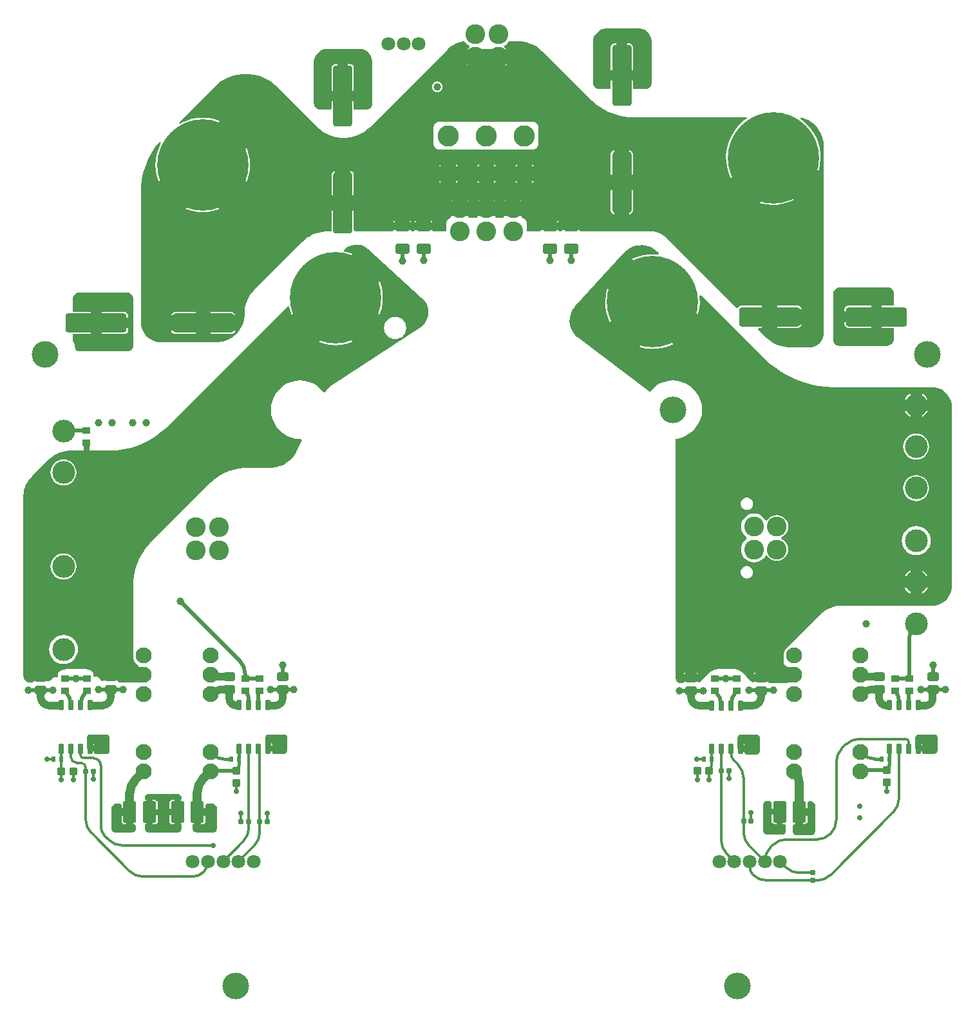
<source format=gtl>
G04*
G04 #@! TF.GenerationSoftware,Altium Limited,Altium Designer,22.7.1 (60)*
G04*
G04 Layer_Physical_Order=1*
G04 Layer_Color=16776960*
%FSLAX43Y43*%
%MOMM*%
G71*
G04*
G04 #@! TF.SameCoordinates,6C714445-BF0D-44DC-86B3-87104CAD25D8*
G04*
G04*
G04 #@! TF.FilePolarity,Positive*
G04*
G01*
G75*
%ADD13C,0.300*%
%ADD36C,1.000*%
%ADD37C,0.500*%
%ADD38C,0.750*%
%ADD39C,1.200*%
%ADD40C,0.400*%
G04:AMPARAMS|DCode=41|XSize=1.21mm|YSize=1.46mm|CornerRadius=0.151mm|HoleSize=0mm|Usage=FLASHONLY|Rotation=90.000|XOffset=0mm|YOffset=0mm|HoleType=Round|Shape=RoundedRectangle|*
%AMROUNDEDRECTD41*
21,1,1.210,1.158,0,0,90.0*
21,1,0.907,1.460,0,0,90.0*
1,1,0.303,0.579,0.454*
1,1,0.303,0.579,-0.454*
1,1,0.303,-0.579,-0.454*
1,1,0.303,-0.579,0.454*
%
%ADD41ROUNDEDRECTD41*%
G04:AMPARAMS|DCode=42|XSize=2.5mm|YSize=8mm|CornerRadius=0.313mm|HoleSize=0mm|Usage=FLASHONLY|Rotation=270.000|XOffset=0mm|YOffset=0mm|HoleType=Round|Shape=RoundedRectangle|*
%AMROUNDEDRECTD42*
21,1,2.500,7.375,0,0,270.0*
21,1,1.875,8.000,0,0,270.0*
1,1,0.625,-3.688,-0.938*
1,1,0.625,-3.688,0.938*
1,1,0.625,3.688,0.938*
1,1,0.625,3.688,-0.938*
%
%ADD42ROUNDEDRECTD42*%
G04:AMPARAMS|DCode=43|XSize=0.61mm|YSize=0.6mm|CornerRadius=0.075mm|HoleSize=0mm|Usage=FLASHONLY|Rotation=180.000|XOffset=0mm|YOffset=0mm|HoleType=Round|Shape=RoundedRectangle|*
%AMROUNDEDRECTD43*
21,1,0.610,0.450,0,0,180.0*
21,1,0.460,0.600,0,0,180.0*
1,1,0.150,-0.230,0.225*
1,1,0.150,0.230,0.225*
1,1,0.150,0.230,-0.225*
1,1,0.150,-0.230,-0.225*
%
%ADD43ROUNDEDRECTD43*%
G04:AMPARAMS|DCode=44|XSize=0.94mm|YSize=1.03mm|CornerRadius=0.118mm|HoleSize=0mm|Usage=FLASHONLY|Rotation=0.000|XOffset=0mm|YOffset=0mm|HoleType=Round|Shape=RoundedRectangle|*
%AMROUNDEDRECTD44*
21,1,0.940,0.795,0,0,0.0*
21,1,0.705,1.030,0,0,0.0*
1,1,0.235,0.353,-0.398*
1,1,0.235,-0.353,-0.398*
1,1,0.235,-0.353,0.398*
1,1,0.235,0.353,0.398*
%
%ADD44ROUNDEDRECTD44*%
G04:AMPARAMS|DCode=45|XSize=0.59mm|YSize=0.6mm|CornerRadius=0.074mm|HoleSize=0mm|Usage=FLASHONLY|Rotation=0.000|XOffset=0mm|YOffset=0mm|HoleType=Round|Shape=RoundedRectangle|*
%AMROUNDEDRECTD45*
21,1,0.590,0.453,0,0,0.0*
21,1,0.443,0.600,0,0,0.0*
1,1,0.148,0.221,-0.226*
1,1,0.148,-0.221,-0.226*
1,1,0.148,-0.221,0.226*
1,1,0.148,0.221,0.226*
%
%ADD45ROUNDEDRECTD45*%
G04:AMPARAMS|DCode=46|XSize=0.92mm|YSize=1.08mm|CornerRadius=0.115mm|HoleSize=0mm|Usage=FLASHONLY|Rotation=90.000|XOffset=0mm|YOffset=0mm|HoleType=Round|Shape=RoundedRectangle|*
%AMROUNDEDRECTD46*
21,1,0.920,0.850,0,0,90.0*
21,1,0.690,1.080,0,0,90.0*
1,1,0.230,0.425,0.345*
1,1,0.230,0.425,-0.345*
1,1,0.230,-0.425,-0.345*
1,1,0.230,-0.425,0.345*
%
%ADD46ROUNDEDRECTD46*%
G04:AMPARAMS|DCode=47|XSize=0.65mm|YSize=1.31mm|CornerRadius=0.081mm|HoleSize=0mm|Usage=FLASHONLY|Rotation=180.000|XOffset=0mm|YOffset=0mm|HoleType=Round|Shape=RoundedRectangle|*
%AMROUNDEDRECTD47*
21,1,0.650,1.148,0,0,180.0*
21,1,0.488,1.310,0,0,180.0*
1,1,0.163,-0.244,0.574*
1,1,0.163,0.244,0.574*
1,1,0.163,0.244,-0.574*
1,1,0.163,-0.244,-0.574*
%
%ADD47ROUNDEDRECTD47*%
G04:AMPARAMS|DCode=48|XSize=0.61mm|YSize=0.6mm|CornerRadius=0.075mm|HoleSize=0mm|Usage=FLASHONLY|Rotation=270.000|XOffset=0mm|YOffset=0mm|HoleType=Round|Shape=RoundedRectangle|*
%AMROUNDEDRECTD48*
21,1,0.610,0.450,0,0,270.0*
21,1,0.460,0.600,0,0,270.0*
1,1,0.150,-0.225,-0.230*
1,1,0.150,-0.225,0.230*
1,1,0.150,0.225,0.230*
1,1,0.150,0.225,-0.230*
%
%ADD48ROUNDEDRECTD48*%
G04:AMPARAMS|DCode=49|XSize=0.94mm|YSize=1.03mm|CornerRadius=0.118mm|HoleSize=0mm|Usage=FLASHONLY|Rotation=90.000|XOffset=0mm|YOffset=0mm|HoleType=Round|Shape=RoundedRectangle|*
%AMROUNDEDRECTD49*
21,1,0.940,0.795,0,0,90.0*
21,1,0.705,1.030,0,0,90.0*
1,1,0.235,0.398,0.353*
1,1,0.235,0.398,-0.353*
1,1,0.235,-0.398,-0.353*
1,1,0.235,-0.398,0.353*
%
%ADD49ROUNDEDRECTD49*%
G04:AMPARAMS|DCode=50|XSize=2.5mm|YSize=8mm|CornerRadius=0.313mm|HoleSize=0mm|Usage=FLASHONLY|Rotation=180.000|XOffset=0mm|YOffset=0mm|HoleType=Round|Shape=RoundedRectangle|*
%AMROUNDEDRECTD50*
21,1,2.500,7.375,0,0,180.0*
21,1,1.875,8.000,0,0,180.0*
1,1,0.625,-0.938,3.688*
1,1,0.625,0.938,3.688*
1,1,0.625,0.938,-3.688*
1,1,0.625,-0.938,-3.688*
%
%ADD50ROUNDEDRECTD50*%
G04:AMPARAMS|DCode=51|XSize=1.28mm|YSize=1.87mm|CornerRadius=0.16mm|HoleSize=0mm|Usage=FLASHONLY|Rotation=90.000|XOffset=0mm|YOffset=0mm|HoleType=Round|Shape=RoundedRectangle|*
%AMROUNDEDRECTD51*
21,1,1.280,1.550,0,0,90.0*
21,1,0.960,1.870,0,0,90.0*
1,1,0.320,0.775,0.480*
1,1,0.320,0.775,-0.480*
1,1,0.320,-0.775,-0.480*
1,1,0.320,-0.775,0.480*
%
%ADD51ROUNDEDRECTD51*%
G04:AMPARAMS|DCode=52|XSize=1.76mm|YSize=2.82mm|CornerRadius=0.22mm|HoleSize=0mm|Usage=FLASHONLY|Rotation=180.000|XOffset=0mm|YOffset=0mm|HoleType=Round|Shape=RoundedRectangle|*
%AMROUNDEDRECTD52*
21,1,1.760,2.380,0,0,180.0*
21,1,1.320,2.820,0,0,180.0*
1,1,0.440,-0.660,1.190*
1,1,0.440,0.660,1.190*
1,1,0.440,0.660,-1.190*
1,1,0.440,-0.660,-1.190*
%
%ADD52ROUNDEDRECTD52*%
%ADD53C,0.254*%
%ADD54C,2.000*%
%ADD55C,2.800*%
%ADD56C,12.000*%
%ADD57C,2.600*%
%ADD58C,2.100*%
%ADD59C,3.500*%
%ADD60C,3.000*%
%ADD61C,1.800*%
%ADD62C,1.000*%
%ADD63C,0.700*%
G36*
X52920Y125880D02*
Y125880D01*
X52921D01*
X53105Y125878D01*
X53439Y125812D01*
X53763Y125677D01*
X54055Y125483D01*
X54303Y125235D01*
X54497Y124943D01*
X54632Y124619D01*
X54700Y124275D01*
Y124100D01*
X54700Y118680D01*
X54700Y118680D01*
X54700Y118601D01*
X54669Y118447D01*
X54609Y118301D01*
X54521Y118170D01*
X54410Y118059D01*
X54279Y117971D01*
X54133Y117911D01*
X53979Y117880D01*
X53900Y117880D01*
X52260Y117880D01*
Y118980D01*
X50800D01*
X49340D01*
Y118021D01*
X49199Y117880D01*
X47900Y117880D01*
X47810Y117880D01*
X47634Y117915D01*
X47469Y117984D01*
X47319Y118083D01*
X47192Y118210D01*
X47093Y118359D01*
X47024Y118525D01*
X46989Y118701D01*
X46989Y118791D01*
Y123989D01*
X46989Y124175D01*
X47062Y124541D01*
X47204Y124885D01*
X47411Y125194D01*
X47675Y125458D01*
X47984Y125665D01*
X48328Y125807D01*
X48694Y125880D01*
X48880Y125880D01*
X52920Y125880D01*
X52920Y125880D01*
D02*
G37*
G36*
X37584Y124149D02*
X38094Y124048D01*
X38592Y123896D01*
X39074Y123697D01*
X39533Y123452D01*
X39966Y123162D01*
X40368Y122832D01*
X40552Y122648D01*
X46686Y116514D01*
X46686Y116514D01*
X46967Y116247D01*
X47566Y115755D01*
X48211Y115324D01*
X48895Y114959D01*
X49611Y114662D01*
X50353Y114437D01*
X51113Y114286D01*
X51885Y114210D01*
X52273Y114200D01*
X67173Y114200D01*
X67231Y114009D01*
X66964Y113829D01*
X66433Y113378D01*
X65956Y112870D01*
X65539Y112312D01*
X65187Y111712D01*
X64905Y111075D01*
X64695Y110411D01*
X64562Y109727D01*
X64505Y109033D01*
X64527Y108337D01*
X64626Y107648D01*
X64802Y106974D01*
X65053Y106325D01*
X65150Y106138D01*
X68798Y110486D01*
X70713Y108879D01*
X72320Y110794D01*
X76667Y107146D01*
X76731Y107346D01*
X76864Y108030D01*
X76921Y108724D01*
X76899Y109420D01*
X76800Y110109D01*
X76624Y110783D01*
X76373Y111433D01*
X76052Y112050D01*
X75663Y112628D01*
X75212Y113159D01*
X74705Y113636D01*
X74289Y113946D01*
X74367Y114138D01*
X74828Y114014D01*
X75270Y113831D01*
X75684Y113592D01*
X76063Y113301D01*
X76401Y112963D01*
X76692Y112584D01*
X76931Y112170D01*
X77114Y111728D01*
X77238Y111267D01*
X77300Y110793D01*
X77300Y110554D01*
X77300Y99200D01*
X77300Y85680D01*
X77300D01*
X77300Y85512D01*
X77234Y85182D01*
X77106Y84872D01*
X76919Y84592D01*
X76681Y84354D01*
X76402Y84168D01*
X76091Y84039D01*
X75762Y83973D01*
X75593Y83973D01*
X72872Y83973D01*
X72653D01*
X72217Y84016D01*
X71788Y84102D01*
X71369Y84229D01*
X70965Y84396D01*
X70579Y84602D01*
X70215Y84845D01*
X69877Y85123D01*
X68695Y86305D01*
X68771Y86490D01*
X69220D01*
Y87950D01*
Y89410D01*
X66533D01*
X66333Y89370D01*
X66163Y89257D01*
X66108Y89175D01*
X65870Y89130D01*
X56654Y98346D01*
X56654Y98346D01*
X56654Y98346D01*
X56652Y98348D01*
X56551Y98444D01*
X56512Y98476D01*
X56333Y98623D01*
X56097Y98781D01*
X55848Y98914D01*
X55586Y99022D01*
X55316Y99105D01*
X55038Y99160D01*
X54756Y99187D01*
X54615Y99191D01*
X45420Y99191D01*
X45266Y99391D01*
X45266Y99392D01*
Y100352D01*
X45238Y100492D01*
X45159Y100612D01*
X45124Y100635D01*
Y99872D01*
X43124D01*
Y100635D01*
X43089Y100612D01*
X43010Y100492D01*
X42982Y100352D01*
Y99392D01*
X42982Y99391D01*
X42828Y99191D01*
X42620D01*
X42466Y99391D01*
X42466Y99392D01*
Y100352D01*
X42438Y100492D01*
X42359Y100612D01*
X42324Y100635D01*
Y99872D01*
X40324D01*
Y100635D01*
X40289Y100612D01*
X40210Y100492D01*
X40182Y100352D01*
Y99392D01*
X40182Y99391D01*
X40028Y99191D01*
X38300D01*
Y100200D01*
X38300Y100200D01*
X38300Y100200D01*
X38300Y100279D01*
X38269Y100433D01*
X38209Y100579D01*
X38121Y100710D01*
X38010Y100821D01*
X37879Y100909D01*
X37733Y100969D01*
X37690Y100978D01*
X37665Y101010D01*
X37616Y101196D01*
X37620Y101200D01*
X35380D01*
X35380Y101200D01*
X35293Y101000D01*
X34207Y101000D01*
X34120Y101200D01*
X34120Y101200D01*
X31880D01*
X31880Y101200D01*
X31793Y101000D01*
X30707Y101000D01*
X30620Y101200D01*
X30620Y101200D01*
X28380D01*
X28384Y101196D01*
X28336Y101010D01*
X28310Y100978D01*
X28267Y100969D01*
X28121Y100909D01*
X27990Y100821D01*
X27879Y100710D01*
X27791Y100579D01*
X27731Y100433D01*
X27700Y100279D01*
X27700Y100200D01*
X27700Y99191D01*
X26020D01*
X25866Y99391D01*
X25866Y99392D01*
Y100352D01*
X25838Y100492D01*
X25759Y100612D01*
X25724Y100635D01*
Y99872D01*
X23724D01*
Y100635D01*
X23689Y100612D01*
X23610Y100492D01*
X23582Y100352D01*
Y99392D01*
X23582Y99391D01*
X23428Y99191D01*
X23220D01*
X23066Y99391D01*
X23066Y99392D01*
Y100352D01*
X23038Y100492D01*
X22959Y100612D01*
X22924Y100635D01*
Y99872D01*
X20924D01*
Y100635D01*
X20889Y100612D01*
X20810Y100492D01*
X20782Y100352D01*
Y99392D01*
X20782Y99391D01*
X20628Y99191D01*
X15743Y99191D01*
X15560Y99391D01*
Y101920D01*
X14100D01*
Y102920D01*
D01*
Y101920D01*
X12640D01*
Y99232D01*
X12606Y99191D01*
X12068D01*
X12068Y99191D01*
X11846Y99185D01*
X11403Y99142D01*
X10967Y99055D01*
X10541Y98926D01*
X10131Y98756D01*
X9738Y98546D01*
X9369Y98299D01*
X9025Y98017D01*
X8864Y97864D01*
X2527Y91527D01*
X2527Y91527D01*
X2374Y91366D01*
X2092Y91022D01*
X1845Y90653D01*
X1635Y90260D01*
X1465Y89850D01*
X1336Y89424D01*
X1249Y88988D01*
X1205Y88545D01*
X1200Y88323D01*
X1200Y88323D01*
X1200Y88081D01*
X1137Y87602D01*
X1012Y87135D01*
X827Y86688D01*
X585Y86270D01*
X291Y85886D01*
X-51Y85544D01*
X-435Y85250D01*
X-853Y85008D01*
X-1300Y84823D01*
X-1767Y84698D01*
X-2246Y84635D01*
X-2488Y84635D01*
X-9835Y84635D01*
X-10088Y84635D01*
X-10583Y84734D01*
X-11050Y84927D01*
X-11470Y85208D01*
X-11827Y85565D01*
X-12108Y85985D01*
X-12301Y86452D01*
X-12400Y86947D01*
Y87200D01*
X-12400Y104361D01*
X-12400Y104549D01*
X-12400Y104549D01*
X-12400Y104549D01*
X-12400Y105018D01*
X-12308Y105951D01*
X-12125Y106870D01*
X-11853Y107768D01*
X-11494Y108634D01*
X-11052Y109460D01*
X-10532Y110240D01*
X-9937Y110965D01*
X-9918Y110984D01*
X-9756Y110862D01*
X-9897Y110607D01*
X-10164Y109964D01*
X-10356Y109295D01*
X-10473Y108608D01*
X-10512Y107913D01*
X-10473Y107218D01*
X-10356Y106531D01*
X-10164Y105862D01*
X-10083Y105668D01*
X-6070Y109681D01*
X-2057Y113694D01*
X-2251Y113774D01*
X-2921Y113967D01*
X-3607Y114084D01*
X-4302Y114123D01*
X-4998Y114084D01*
X-5684Y113967D01*
X-6353Y113774D01*
X-6997Y113508D01*
X-7251Y113367D01*
X-7373Y113529D01*
X-2881Y118020D01*
X-2748Y118153D01*
X-2748Y118153D01*
X-2748Y118153D01*
X-2478Y118424D01*
X-1872Y118889D01*
X-1210Y119271D01*
X-504Y119563D01*
X235Y119761D01*
X992Y119861D01*
X1756Y119861D01*
X2514Y119761D01*
X3252Y119563D01*
X3958Y119271D01*
X4620Y118889D01*
X5227Y118424D01*
X5497Y118153D01*
X10800Y112850D01*
X10800Y112850D01*
X10800Y112850D01*
X11031Y112633D01*
X11534Y112248D01*
X12083Y111931D01*
X12668Y111688D01*
X13280Y111524D01*
X13908Y111442D01*
X14542Y111442D01*
X15170Y111524D01*
X15782Y111688D01*
X16367Y111931D01*
X16916Y112248D01*
X17419Y112633D01*
X17650Y112850D01*
X27884Y123084D01*
X27884Y123084D01*
X27884Y123084D01*
X28017Y123217D01*
X28306Y123454D01*
X28617Y123662D01*
X28947Y123838D01*
X29293Y123982D01*
X29651Y124090D01*
X30018Y124163D01*
X30118Y124173D01*
X30130Y124151D01*
X30342Y123892D01*
X30601Y123680D01*
X30750Y123600D01*
Y123373D01*
X30713Y123353D01*
X30484Y123166D01*
X30430Y123100D01*
X31550D01*
Y122100D01*
X32550D01*
Y120980D01*
X32616Y121034D01*
X32803Y121263D01*
X32943Y121523D01*
X32946Y121533D01*
X33155D01*
X33158Y121523D01*
X33297Y121263D01*
X33484Y121034D01*
X33550Y120980D01*
Y122100D01*
X34550D01*
Y123100D01*
X35670D01*
X35616Y123166D01*
X35387Y123353D01*
X35350Y123373D01*
Y123600D01*
X35499Y123680D01*
X35758Y123892D01*
X35970Y124151D01*
X35997Y124200D01*
X36805D01*
X36805Y124200D01*
X36805Y124200D01*
X37065Y124200D01*
X37584Y124149D01*
D02*
G37*
G36*
X16220Y123180D02*
Y123180D01*
X16221D01*
X16405Y123178D01*
X16739Y123112D01*
X17063Y122977D01*
X17355Y122783D01*
X17603Y122535D01*
X17797Y122243D01*
X17932Y121919D01*
X18000Y121575D01*
Y121400D01*
X18000Y115980D01*
X18000Y115980D01*
X18000Y115901D01*
X17969Y115747D01*
X17909Y115601D01*
X17821Y115470D01*
X17710Y115359D01*
X17579Y115271D01*
X17433Y115211D01*
X17279Y115180D01*
X17200Y115180D01*
X15560Y115180D01*
Y116280D01*
X14100D01*
X12640D01*
Y115321D01*
X12499Y115180D01*
X11200Y115180D01*
X11110Y115180D01*
X10934Y115215D01*
X10769Y115284D01*
X10619Y115383D01*
X10492Y115510D01*
X10393Y115659D01*
X10324Y115825D01*
X10289Y116001D01*
X10289Y116091D01*
Y121289D01*
X10289Y121475D01*
X10362Y121841D01*
X10504Y122185D01*
X10711Y122494D01*
X10975Y122758D01*
X11284Y122965D01*
X11628Y123107D01*
X11994Y123180D01*
X12180Y123180D01*
X16220Y123180D01*
X16220Y123180D01*
D02*
G37*
G36*
X53895Y97324D02*
X54305Y97221D01*
X54697Y97064D01*
X55064Y96856D01*
X55400Y96600D01*
X55549Y96451D01*
X55691Y96309D01*
X55602Y96116D01*
X54991Y96165D01*
X54295Y96143D01*
X53606Y96044D01*
X52932Y95868D01*
X52282Y95618D01*
X52096Y95520D01*
X56443Y91872D01*
X60791Y88224D01*
X60854Y88425D01*
X60988Y89108D01*
X61044Y89802D01*
X61022Y90498D01*
X60987Y90745D01*
X61166Y90834D01*
X69363Y82637D01*
X69363Y82637D01*
X69679Y82332D01*
X70340Y81752D01*
X71038Y81216D01*
X71769Y80727D01*
X72531Y80287D01*
X73320Y79898D01*
X74133Y79562D01*
X74966Y79279D01*
X75816Y79051D01*
X76679Y78880D01*
X77551Y78765D01*
X78429Y78707D01*
X78869Y78700D01*
X91600Y78700D01*
X91600Y78700D01*
X91600Y78700D01*
X91853Y78700D01*
X92349Y78601D01*
X92817Y78408D01*
X93237Y78127D01*
X93595Y77769D01*
X93876Y77348D01*
X94070Y76881D01*
X94168Y76385D01*
X94168Y76132D01*
X94168Y52568D01*
X94168Y52568D01*
Y52315D01*
X94070Y51819D01*
X93876Y51352D01*
X93595Y50931D01*
X93237Y50573D01*
X92817Y50292D01*
X92349Y50099D01*
X91853Y50000D01*
X91600D01*
X79790Y50000D01*
X79790Y50000D01*
X79578Y49995D01*
X79156Y49953D01*
X78740Y49870D01*
X78334Y49747D01*
X77942Y49585D01*
X77568Y49385D01*
X77216Y49150D01*
X76888Y48881D01*
X76734Y48734D01*
X72512Y44512D01*
X72512Y44512D01*
X72419Y44410D01*
X72266Y44180D01*
X72161Y43925D01*
X72107Y43655D01*
X72100Y43517D01*
X72100Y42600D01*
X72100D01*
X72112Y42483D01*
X72201Y42267D01*
X72367Y42101D01*
X72513Y42041D01*
X72561Y41860D01*
X72562Y41853D01*
X72557Y41816D01*
X72460Y41690D01*
X73460D01*
Y40190D01*
X72460D01*
X72569Y40049D01*
X72632Y40000D01*
X72564Y39800D01*
X72200D01*
X70147Y39800D01*
X70099Y39854D01*
X70019Y40000D01*
X70037Y40091D01*
Y40999D01*
X70010Y41136D01*
X69932Y41252D01*
X69850Y41307D01*
Y40545D01*
X68350D01*
Y41307D01*
X68268Y41252D01*
X68190Y41136D01*
X68163Y40999D01*
Y40091D01*
X68181Y40002D01*
X68013Y39887D01*
X66737Y41163D01*
X66737Y41163D01*
X66604Y41283D01*
X66595Y41290D01*
X66305Y41483D01*
X65973Y41621D01*
X65620Y41691D01*
X65440Y41700D01*
X63624Y41700D01*
X63624Y41700D01*
X63429Y41690D01*
X63047Y41614D01*
X62686Y41465D01*
X62362Y41248D01*
X62217Y41117D01*
X60987Y39887D01*
X60819Y40002D01*
X60837Y40091D01*
Y40999D01*
X60810Y41136D01*
X60732Y41252D01*
X60650Y41307D01*
Y40545D01*
X59150D01*
Y41307D01*
X59068Y41252D01*
X58990Y41136D01*
X58963Y40999D01*
Y40091D01*
X58981Y40000D01*
X58901Y39854D01*
X58853Y39800D01*
X58600D01*
X58531Y39800D01*
X58396Y39827D01*
X58268Y39880D01*
X58154Y39956D01*
X58056Y40054D01*
X57980Y40168D01*
X57927Y40296D01*
X57900Y40431D01*
X57900Y40500D01*
X57900Y41700D01*
X57900Y71943D01*
X58100Y71958D01*
X58686Y72099D01*
X59243Y72330D01*
X59756Y72644D01*
X60214Y73036D01*
X60606Y73494D01*
X60920Y74007D01*
X61151Y74564D01*
X61292Y75149D01*
X61339Y75750D01*
X61292Y76351D01*
X61151Y76936D01*
X60920Y77493D01*
X60606Y78006D01*
X60214Y78464D01*
X59756Y78856D01*
X59243Y79170D01*
X58686Y79401D01*
X58100Y79542D01*
X57500Y79589D01*
X56899Y79542D01*
X56314Y79401D01*
X55757Y79170D01*
X55244Y78856D01*
X54785Y78464D01*
X54457Y78080D01*
X45068Y85178D01*
X44910Y85297D01*
X44631Y85578D01*
X44392Y85894D01*
X44199Y86240D01*
X44056Y86609D01*
X43966Y86994D01*
X43929Y87389D01*
X43947Y87784D01*
X44020Y88174D01*
X44146Y88549D01*
X44322Y88904D01*
X44546Y89231D01*
X44679Y89377D01*
X51025Y96345D01*
X51025Y96345D01*
X51025Y96345D01*
X51167Y96501D01*
X51490Y96772D01*
X51848Y96997D01*
X52232Y97173D01*
X52636Y97295D01*
X53053Y97361D01*
X53475Y97371D01*
X53895Y97324D01*
D02*
G37*
G36*
X16508Y97376D02*
X16922Y97221D01*
X17300Y96991D01*
X17464Y96842D01*
X24452Y90488D01*
X24595Y90358D01*
Y90358D01*
X24739Y90224D01*
X24960Y89952D01*
X25144Y89636D01*
X25278Y89297D01*
X25360Y88941D01*
X25386Y88577D01*
X25357Y88213D01*
X25273Y87857D01*
X25136Y87518D01*
X24950Y87204D01*
X24718Y86922D01*
X24446Y86679D01*
X24293Y86579D01*
X12883Y79127D01*
X12883Y79127D01*
X12653Y78965D01*
X12228Y78596D01*
X11859Y78172D01*
X11784Y78057D01*
X11552Y78069D01*
X11214Y78464D01*
X10756Y78856D01*
X10243Y79170D01*
X9686Y79401D01*
X9100Y79542D01*
X8500Y79589D01*
X7899Y79542D01*
X7314Y79401D01*
X6757Y79170D01*
X6244Y78856D01*
X5785Y78464D01*
X5394Y78006D01*
X5080Y77493D01*
X4849Y76936D01*
X4708Y76351D01*
X4661Y75750D01*
X4708Y75149D01*
X4849Y74564D01*
X5080Y74007D01*
X5394Y73494D01*
X5785Y73036D01*
X6244Y72644D01*
X6757Y72330D01*
X7314Y72099D01*
X7899Y71958D01*
X8500Y71911D01*
X8618Y71920D01*
X8731Y71756D01*
X8083Y70383D01*
X8083Y70383D01*
X7962Y70128D01*
X7652Y69657D01*
X7279Y69235D01*
X6850Y68870D01*
X6374Y68568D01*
X5860Y68336D01*
X5319Y68179D01*
X4761Y68100D01*
X4479Y68100D01*
X1514Y68100D01*
X1514Y68100D01*
X1169Y68091D01*
X482Y68024D01*
X-195Y67889D01*
X-856Y67689D01*
X-1494Y67424D01*
X-2103Y67099D01*
X-2677Y66715D01*
X-3211Y66277D01*
X-3461Y66039D01*
X-11078Y58422D01*
X-11078Y58422D01*
X-11347Y58140D01*
X-11840Y57539D01*
X-12272Y56892D01*
X-12639Y56206D01*
X-12937Y55487D01*
X-13162Y54743D01*
X-13314Y53980D01*
X-13390Y53205D01*
X-13400Y52816D01*
X-13400Y43200D01*
X-13394Y43082D01*
X-13348Y42851D01*
X-13258Y42634D01*
X-13128Y42439D01*
X-12961Y42272D01*
X-12814Y42174D01*
X-12783Y42015D01*
X-12794Y41937D01*
X-12931Y41832D01*
X-13132Y41570D01*
X-13258Y41266D01*
X-13301Y40940D01*
X-13258Y40614D01*
X-13132Y40310D01*
X-12987Y40121D01*
X-13081Y39922D01*
X-13900Y39922D01*
X-15338Y39922D01*
X-15377Y39955D01*
X-15477Y40121D01*
X-15463Y40191D01*
Y40645D01*
X-17337D01*
Y40227D01*
X-17388Y40166D01*
X-17523Y40100D01*
X-17681Y40206D01*
X-17769Y40294D01*
X-18120Y40645D01*
X-18650D01*
Y41175D01*
X-18781Y41306D01*
X-18781Y41306D01*
X-18783Y41308D01*
X-18783Y41308D01*
X-18879Y41394D01*
X-18928Y41428D01*
X-18928Y41428D01*
X-18938Y41434D01*
X-19098Y41541D01*
X-19342Y41642D01*
X-19601Y41694D01*
X-19733Y41700D01*
X-21934Y41700D01*
X-21934Y41700D01*
X-22157Y41689D01*
X-22594Y41602D01*
X-23005Y41432D01*
X-23350Y41201D01*
Y40570D01*
X-24005D01*
X-24466Y40109D01*
X-24663Y40195D01*
Y40570D01*
X-26537D01*
Y40116D01*
X-26693Y39922D01*
X-26921D01*
X-27018Y39922D01*
X-27207Y39959D01*
X-27385Y40033D01*
X-27545Y40140D01*
X-27682Y40276D01*
X-27789Y40437D01*
X-27844Y40570D01*
X-27850D01*
Y40585D01*
X-27862Y40615D01*
X-27900Y40804D01*
Y40900D01*
X-27900Y64251D01*
X-27900Y64251D01*
X-27899Y64451D01*
X-27862Y64825D01*
X-27788Y65201D01*
X-27676Y65568D01*
X-27530Y65923D01*
X-27349Y66261D01*
X-27136Y66580D01*
X-26892Y66876D01*
X-26757Y67012D01*
X-24583Y69186D01*
X-24583Y69186D01*
X-24583Y69186D01*
X-24441Y69328D01*
X-24130Y69582D01*
X-23797Y69806D01*
X-23443Y69995D01*
X-23072Y70148D01*
X-22687Y70265D01*
X-22294Y70343D01*
X-21894Y70383D01*
X-21693Y70383D01*
X-16751Y70383D01*
X-16563D01*
X-16563Y70383D01*
X-16563Y70383D01*
X-16212Y70388D01*
X-15511Y70434D01*
X-14815Y70526D01*
X-14126Y70663D01*
X-13447Y70845D01*
X-12782Y71071D01*
X-12133Y71339D01*
X-11504Y71650D01*
X-10895Y72001D01*
X-10311Y72391D01*
X-9754Y72819D01*
X-9226Y73282D01*
X-8974Y73526D01*
X6876Y89376D01*
X7067Y89315D01*
X7109Y89066D01*
X7302Y88397D01*
X7382Y88202D01*
X11395Y92215D01*
X15408Y96228D01*
X15214Y96309D01*
X14545Y96502D01*
X14295Y96544D01*
X14285Y96575D01*
X14266Y96766D01*
X14422Y96922D01*
X14789Y97171D01*
X15196Y97345D01*
X15629Y97439D01*
X16071Y97449D01*
X16508Y97376D01*
D02*
G37*
G36*
X85695Y91851D02*
X85785D01*
X85961Y91816D01*
X86127Y91747D01*
X86276Y91647D01*
X86403Y91521D01*
X86503Y91371D01*
X86571Y91206D01*
X86606Y91030D01*
X86606Y89410D01*
X84980D01*
Y87950D01*
Y86490D01*
X86606D01*
Y85140D01*
X86606Y85140D01*
Y85041D01*
X86568Y84848D01*
X86492Y84666D01*
X86383Y84503D01*
X86244Y84363D01*
X86080Y84254D01*
X85898Y84178D01*
X85705Y84140D01*
X85606Y84140D01*
X79406D01*
X79406Y84140D01*
X79406Y84140D01*
X79216Y84162D01*
X79173Y84171D01*
X79027Y84231D01*
X78896Y84319D01*
X78785Y84430D01*
X78697Y84561D01*
X78637Y84707D01*
X78606Y84861D01*
X78606Y84940D01*
X78606Y90940D01*
X78606Y90940D01*
X78606Y90940D01*
X78627Y91132D01*
X78641Y91206D01*
X78710Y91371D01*
X78810Y91521D01*
X78937Y91648D01*
X79086Y91747D01*
X79252Y91816D01*
X79427Y91851D01*
X79517D01*
X85695Y91851D01*
X85695Y91851D01*
D02*
G37*
G36*
X-14323Y91151D02*
X-14234D01*
X-14058Y91116D01*
X-13892Y91047D01*
X-13743Y90948D01*
X-13616Y90821D01*
X-13516Y90671D01*
X-13447Y90506D01*
X-13431Y90424D01*
X-13412Y90240D01*
Y90240D01*
X-13412D01*
X-13412Y90240D01*
X-13412Y84240D01*
X-13412Y84161D01*
X-13443Y84007D01*
X-13503Y83861D01*
X-13591Y83730D01*
X-13702Y83619D01*
X-13834Y83531D01*
X-13979Y83471D01*
X-14026Y83461D01*
X-14212Y83440D01*
X-14212Y83440D01*
X-14212Y83440D01*
X-20412D01*
X-20511Y83440D01*
X-20704Y83478D01*
X-20886Y83554D01*
X-21012Y83638D01*
X-21158Y84248D01*
X-21401Y84834D01*
X-21412Y84853D01*
Y85690D01*
X-19000D01*
Y87150D01*
Y88610D01*
X-21412D01*
Y90330D01*
X-21377Y90506D01*
X-21309Y90671D01*
X-21209Y90821D01*
X-21082Y90948D01*
X-20933Y91047D01*
X-20767Y91116D01*
X-20591Y91151D01*
X-20502D01*
X-20502Y91151D01*
X-14323Y91151D01*
D02*
G37*
G36*
X91875Y33100D02*
X91875Y33100D01*
X91875D01*
X92056Y33061D01*
X92122Y33034D01*
X92245Y32911D01*
X92311Y32750D01*
X92311Y31036D01*
X92311Y31036D01*
Y30930D01*
X92230Y30732D01*
X92079Y30582D01*
X91882Y30500D01*
X90483D01*
X90311Y30651D01*
Y30825D01*
X89780D01*
Y31225D01*
X89380D01*
Y32246D01*
X89375Y32251D01*
X89375Y32600D01*
X89375Y32600D01*
X89375Y32600D01*
X89409Y32782D01*
X89451Y32883D01*
X89592Y33024D01*
X89766Y33096D01*
X90275D01*
X90354Y33096D01*
X90374Y33100D01*
X91875Y33100D01*
X91875Y33100D01*
D02*
G37*
G36*
X6400Y33100D02*
X6400Y33100D01*
X6400D01*
X6581Y33061D01*
X6647Y33034D01*
X6770Y32911D01*
X6836Y32751D01*
X6836Y31036D01*
X6836Y31036D01*
Y30930D01*
X6755Y30733D01*
X6604Y30582D01*
X6407Y30500D01*
X5008D01*
X4836Y30651D01*
Y30825D01*
X4305D01*
Y31225D01*
X3905D01*
Y32246D01*
X3900Y32251D01*
X3900Y32600D01*
X3900Y32600D01*
X3900Y32600D01*
X3934Y32782D01*
X3976Y32883D01*
X4117Y33024D01*
X4291Y33096D01*
X4800D01*
X4880Y33096D01*
X4899Y33100D01*
X6400Y33100D01*
X6400Y33100D01*
D02*
G37*
G36*
X-17000D02*
X-17000Y33100D01*
X-17000D01*
X-16819Y33061D01*
X-16753Y33034D01*
X-16630Y32911D01*
X-16564Y32750D01*
X-16564Y32664D01*
X-16564Y30881D01*
X-16564Y30881D01*
X-16564Y30805D01*
X-16622Y30665D01*
X-16729Y30558D01*
X-16869Y30500D01*
X-16944Y30500D01*
X-18392Y30500D01*
X-18505Y30599D01*
X-18564Y30700D01*
Y30825D01*
X-19095D01*
Y31225D01*
X-19495D01*
Y32246D01*
X-19500Y32252D01*
X-19500Y32700D01*
X-19500Y32700D01*
X-19500Y32700D01*
X-19457Y32882D01*
X-19439Y32927D01*
X-19327Y33039D01*
X-19189Y33096D01*
X-18600D01*
X-18520Y33096D01*
X-18501Y33100D01*
X-17000Y33100D01*
X-17000Y33100D01*
D02*
G37*
G36*
X66449Y33075D02*
X68525Y33075D01*
X68525Y33075D01*
X68525Y33075D01*
X68525D01*
X68705Y33034D01*
X68758Y33012D01*
X68874Y32897D01*
X68936Y32746D01*
X68936Y32664D01*
X68936Y30936D01*
X68936Y30936D01*
X68936Y30845D01*
X68866Y30675D01*
X68736Y30545D01*
X68567Y30475D01*
X67108Y30475D01*
X66995Y30574D01*
X66936Y30675D01*
Y30800D01*
X66405D01*
Y31200D01*
X66005D01*
Y32221D01*
X66000Y32226D01*
X66000Y32626D01*
X66039Y32810D01*
X66068Y32880D01*
X66195Y33007D01*
X66360Y33075D01*
X66449Y33075D01*
D02*
G37*
G36*
X70463Y24119D02*
X70467Y24100D01*
Y23325D01*
X71555D01*
Y22925D01*
X71955D01*
Y21307D01*
X72215D01*
X72350Y21196D01*
Y20400D01*
X72350Y20301D01*
X72274Y20117D01*
X72133Y19976D01*
X72035Y19936D01*
X71850Y19900D01*
X71650Y19900D01*
X69950Y19900D01*
X69831D01*
X69610Y19991D01*
X69441Y20160D01*
X69350Y20381D01*
X69350Y20500D01*
X69350Y20500D01*
X69350Y23899D01*
X69426Y24083D01*
X69567Y24224D01*
X69751Y24300D01*
X69850Y24300D01*
X69850Y24300D01*
X70300Y24300D01*
X70463Y24119D01*
D02*
G37*
G36*
X75650Y24300D02*
X75650Y24300D01*
X75650Y24300D01*
X75650D01*
X75833Y24273D01*
X75990Y24209D01*
X76159Y24040D01*
X76250Y23819D01*
X76250Y23700D01*
X76250Y20450D01*
X76250Y20450D01*
X76250Y20331D01*
X76159Y20110D01*
X75990Y19941D01*
X75769Y19850D01*
X75650Y19850D01*
X73750Y19850D01*
X73651Y19850D01*
X73467Y19926D01*
X73326Y20067D01*
X73250Y20251D01*
X73250Y20350D01*
Y21165D01*
X73450Y21314D01*
X73485Y21307D01*
X73645D01*
Y22925D01*
X74145D01*
Y23425D01*
X75233D01*
Y24100D01*
X75237Y24119D01*
X75400Y24300D01*
X75650Y24300D01*
D02*
G37*
G36*
X-3123Y24001D02*
X-3123Y24001D01*
X-3123Y24001D01*
X-3123D01*
X-2939Y23978D01*
X-2919Y23974D01*
X-2791Y23921D01*
X-2677Y23845D01*
X-2579Y23747D01*
X-2503Y23633D01*
X-2450Y23505D01*
X-2423Y23370D01*
X-2423Y20801D01*
X-2423Y20801D01*
X-2423Y20682D01*
X-2514Y20461D01*
X-2683Y20292D01*
X-2904Y20201D01*
X-3023Y20201D01*
X-5123Y20201D01*
X-5123Y20201D01*
X-5308Y20237D01*
X-5406Y20277D01*
X-5547Y20418D01*
X-5623Y20602D01*
X-5623Y20701D01*
X-5623Y21282D01*
X-5505D01*
Y22900D01*
X-5005D01*
Y23400D01*
X-3917D01*
Y23860D01*
X-3775Y24001D01*
X-3123Y24001D01*
D02*
G37*
G36*
X-11400Y25300D02*
X-7623Y25300D01*
X-7623Y25300D01*
X-7623Y25300D01*
X-7623D01*
X-7440Y25271D01*
X-7304Y25214D01*
X-7145Y25055D01*
X-7059Y24848D01*
Y24660D01*
X-7195Y24524D01*
Y22900D01*
Y21282D01*
X-7059D01*
X-7059Y20841D01*
X-7059Y20841D01*
X-7059Y20713D01*
X-7157Y20478D01*
X-7337Y20298D01*
X-7572Y20200D01*
X-7700Y20200D01*
X-11300Y20200D01*
X-11419Y20200D01*
X-11640Y20291D01*
X-11809Y20460D01*
X-11900Y20681D01*
X-11900Y20800D01*
X-11900Y21257D01*
X-11705D01*
Y22875D01*
Y24493D01*
X-11900D01*
X-11900Y24800D01*
X-11900Y24800D01*
X-11900Y24800D01*
X-11866Y24982D01*
X-11824Y25083D01*
X-11683Y25224D01*
X-11499Y25300D01*
X-11400Y25300D01*
D02*
G37*
G36*
X-14983Y23859D02*
Y23375D01*
X-13895D01*
Y22875D01*
X-13395D01*
Y21257D01*
X-13300D01*
X-13100Y21113D01*
X-13100Y20700D01*
X-13100Y20601D01*
X-13176Y20417D01*
X-13317Y20276D01*
X-13415Y20236D01*
X-13600Y20200D01*
Y20200D01*
X-15700Y20200D01*
X-15819Y20200D01*
X-16040Y20291D01*
X-16209Y20460D01*
X-16300Y20681D01*
X-16300Y20800D01*
X-16300Y23369D01*
X-16273Y23504D01*
X-16220Y23632D01*
X-16144Y23746D01*
X-16046Y23844D01*
X-15932Y23920D01*
X-15804Y23973D01*
X-15669Y24000D01*
X-15600Y24000D01*
Y24000D01*
X-15125Y24000D01*
X-14983Y23859D01*
D02*
G37*
%LPC*%
G36*
X51738Y123890D02*
X51500D01*
Y120380D01*
X52260D01*
Y123367D01*
X52220Y123567D01*
X52107Y123737D01*
X51938Y123850D01*
X51738Y123890D01*
D02*
G37*
G36*
X50100D02*
X49863D01*
X49663Y123850D01*
X49493Y123737D01*
X49380Y123567D01*
X49340Y123367D01*
Y120380D01*
X50100D01*
Y123890D01*
D02*
G37*
G36*
X35670Y121100D02*
X35550D01*
Y120980D01*
X35616Y121034D01*
X35670Y121100D01*
D02*
G37*
G36*
X30550D02*
X30430D01*
X30484Y121034D01*
X30550Y120980D01*
Y121100D01*
D02*
G37*
G36*
X26525Y118881D02*
X26342Y118857D01*
X26172Y118786D01*
X26026Y118674D01*
X25914Y118528D01*
X25843Y118358D01*
X25819Y118175D01*
X25843Y117992D01*
X25914Y117822D01*
X26026Y117676D01*
X26172Y117564D01*
X26342Y117493D01*
X26525Y117469D01*
X26708Y117493D01*
X26878Y117564D01*
X27024Y117676D01*
X27136Y117822D01*
X27207Y117992D01*
X27231Y118175D01*
X27207Y118358D01*
X27136Y118528D01*
X27024Y118674D01*
X26878Y118786D01*
X26708Y118857D01*
X26525Y118881D01*
D02*
G37*
G36*
X39084Y113600D02*
X39000Y113600D01*
X26841D01*
X26841Y113600D01*
X26762D01*
X26608Y113569D01*
X26462Y113509D01*
X26331Y113421D01*
X26220Y113310D01*
X26132Y113179D01*
X26072Y113033D01*
X26041Y112879D01*
X26041Y110700D01*
X26041Y110700D01*
X26041Y110621D01*
X26072Y110467D01*
X26132Y110321D01*
X26220Y110190D01*
X26331Y110079D01*
X26462Y109991D01*
X26608Y109931D01*
X26763Y109900D01*
X26841Y109900D01*
X39000Y109900D01*
Y109900D01*
X39000Y109900D01*
X39084Y109900D01*
X39248Y109933D01*
X39403Y109997D01*
X39542Y110090D01*
X39660Y110208D01*
X39753Y110347D01*
X39817Y110502D01*
X39850Y110666D01*
X39850Y110750D01*
X39850Y112750D01*
X39850D01*
X39850Y112750D01*
X39850Y112750D01*
X39850Y112834D01*
X39817Y112998D01*
X39753Y113153D01*
X39660Y113292D01*
X39542Y113410D01*
X39403Y113503D01*
X39248Y113567D01*
X39084Y113600D01*
D02*
G37*
G36*
X29000Y107999D02*
Y107750D01*
X29249D01*
X29137Y107887D01*
X29000Y107999D01*
D02*
G37*
G36*
X27000Y107999D02*
X26863Y107887D01*
X26751Y107750D01*
X27000D01*
Y107999D01*
D02*
G37*
G36*
X34000Y107999D02*
Y107750D01*
X34249D01*
X34137Y107887D01*
X34000Y107999D01*
D02*
G37*
G36*
X32000Y107999D02*
X31863Y107887D01*
X31751Y107750D01*
X32000D01*
Y107999D01*
D02*
G37*
G36*
X39000Y107999D02*
Y107750D01*
X39249D01*
X39137Y107887D01*
X39000Y107999D01*
D02*
G37*
G36*
X37000Y107999D02*
X36863Y107887D01*
X36751Y107750D01*
X37000D01*
Y107999D01*
D02*
G37*
G36*
X51800Y109818D02*
Y106620D01*
X52260D01*
Y109308D01*
X52220Y109507D01*
X52107Y109677D01*
X51938Y109790D01*
X51800Y109818D01*
D02*
G37*
G36*
X49800D02*
X49663Y109790D01*
X49493Y109677D01*
X49380Y109507D01*
X49340Y109308D01*
Y106620D01*
X49800D01*
Y109818D01*
D02*
G37*
G36*
X1478Y110158D02*
X-767Y107913D01*
X1478Y105668D01*
X1559Y105862D01*
X1752Y106531D01*
X1868Y107218D01*
X1907Y107913D01*
X1868Y108608D01*
X1752Y109295D01*
X1559Y109964D01*
X1478Y110158D01*
D02*
G37*
G36*
X29249Y105750D02*
X29000D01*
Y105501D01*
X29137Y105613D01*
X29249Y105750D01*
D02*
G37*
G36*
X37000Y105750D02*
X36751D01*
X36863Y105613D01*
X37000Y105501D01*
Y105750D01*
D02*
G37*
G36*
X34249Y105750D02*
X34000D01*
Y105501D01*
X34137Y105613D01*
X34249Y105750D01*
D02*
G37*
G36*
X32000D02*
X31751D01*
X31863Y105613D01*
X32000Y105501D01*
Y105750D01*
D02*
G37*
G36*
X39249Y105750D02*
X39000D01*
Y105501D01*
X39137Y105613D01*
X39249Y105750D01*
D02*
G37*
G36*
X27000Y105750D02*
X26751D01*
X26863Y105613D01*
X27000Y105501D01*
Y105750D01*
D02*
G37*
G36*
X15100Y107118D02*
Y103920D01*
X15560D01*
Y106607D01*
X15520Y106807D01*
X15407Y106977D01*
X15238Y107090D01*
X15100Y107118D01*
D02*
G37*
G36*
X13100Y107118D02*
X12963Y107090D01*
X12793Y106977D01*
X12680Y106807D01*
X12640Y106607D01*
Y103920D01*
X13100D01*
Y107118D01*
D02*
G37*
G36*
X37500Y103320D02*
Y103200D01*
X37620D01*
X37566Y103266D01*
X37500Y103320D01*
D02*
G37*
G36*
X35500D02*
X35434Y103266D01*
X35380Y103200D01*
X35500D01*
Y103320D01*
D02*
G37*
G36*
X34000D02*
Y103200D01*
X34120D01*
X34066Y103266D01*
X34000Y103320D01*
D02*
G37*
G36*
X32000D02*
X31934Y103266D01*
X31880Y103200D01*
X32000D01*
Y103320D01*
D02*
G37*
G36*
X30500D02*
Y103200D01*
X30620D01*
X30566Y103266D01*
X30500Y103320D01*
D02*
G37*
G36*
X28500D02*
X28434Y103266D01*
X28380Y103200D01*
X28500D01*
Y103320D01*
D02*
G37*
G36*
X71021Y105356D02*
X68980Y102924D01*
X69181Y102861D01*
X69864Y102727D01*
X70558Y102671D01*
X71254Y102692D01*
X71943Y102792D01*
X72617Y102968D01*
X73267Y103218D01*
X73454Y103315D01*
X71021Y105356D01*
D02*
G37*
G36*
X-4302Y104378D02*
X-6548Y102132D01*
X-6353Y102052D01*
X-5684Y101859D01*
X-4998Y101742D01*
X-4302Y101703D01*
X-3607Y101742D01*
X-2921Y101859D01*
X-2251Y102052D01*
X-2057Y102132D01*
X-4302Y104378D01*
D02*
G37*
G36*
X52260Y104620D02*
X51800D01*
Y101422D01*
X51938Y101450D01*
X52107Y101563D01*
X52220Y101733D01*
X52260Y101933D01*
Y104620D01*
D02*
G37*
G36*
X49800D02*
X49340D01*
Y101933D01*
X49380Y101733D01*
X49493Y101563D01*
X49663Y101450D01*
X49800Y101422D01*
Y104620D01*
D02*
G37*
G36*
X73908Y89410D02*
X71220D01*
Y88950D01*
X74418D01*
X74390Y89087D01*
X74277Y89257D01*
X74108Y89370D01*
X73908Y89410D01*
D02*
G37*
G36*
X-552Y88610D02*
X-3240D01*
Y88150D01*
X-42D01*
X-70Y88287D01*
X-183Y88457D01*
X-352Y88570D01*
X-552Y88610D01*
D02*
G37*
G36*
X-5240D02*
X-7927D01*
X-8127Y88570D01*
X-8297Y88457D01*
X-8410Y88287D01*
X-8438Y88150D01*
X-5240D01*
Y88610D01*
D02*
G37*
G36*
X74418Y86950D02*
X71220D01*
Y86490D01*
X73908D01*
X74108Y86530D01*
X74277Y86643D01*
X74390Y86813D01*
X74418Y86950D01*
D02*
G37*
G36*
X-42Y86150D02*
X-3240D01*
Y85690D01*
X-552D01*
X-352Y85730D01*
X-183Y85843D01*
X-70Y86013D01*
X-42Y86150D01*
D02*
G37*
G36*
X-5240D02*
X-8438D01*
X-8410Y86013D01*
X-8297Y85843D01*
X-8127Y85730D01*
X-7927Y85690D01*
X-5240D01*
Y86150D01*
D02*
G37*
G36*
X15038Y121190D02*
X14800D01*
Y117680D01*
X15560D01*
Y120667D01*
X15520Y120867D01*
X15407Y121037D01*
X15238Y121150D01*
X15038Y121190D01*
D02*
G37*
G36*
X13400D02*
X13163D01*
X12963Y121150D01*
X12793Y121037D01*
X12680Y120867D01*
X12640Y120667D01*
Y117680D01*
X13400D01*
Y121190D01*
D02*
G37*
G36*
X48882Y91690D02*
X48818Y91490D01*
X48685Y90806D01*
X48628Y90112D01*
X48650Y89416D01*
X48749Y88727D01*
X48926Y88053D01*
X49176Y87403D01*
X49273Y87217D01*
X51314Y89649D01*
X48882Y91690D01*
D02*
G37*
G36*
X55144Y86435D02*
X53103Y84003D01*
X53304Y83940D01*
X53987Y83806D01*
X54681Y83749D01*
X55377Y83771D01*
X56067Y83871D01*
X56740Y84047D01*
X57390Y84297D01*
X57577Y84394D01*
X55144Y86435D01*
D02*
G37*
G36*
X90250Y77877D02*
Y77100D01*
X91027D01*
X90920Y77299D01*
X90708Y77558D01*
X90449Y77770D01*
X90250Y77877D01*
D02*
G37*
G36*
X88750Y77877D02*
X88551Y77770D01*
X88292Y77558D01*
X88080Y77299D01*
X87973Y77100D01*
X88750D01*
Y77877D01*
D02*
G37*
G36*
Y75600D02*
X87973D01*
X88080Y75401D01*
X88292Y75142D01*
X88551Y74930D01*
X88750Y74823D01*
Y75600D01*
D02*
G37*
G36*
X91027D02*
X90250D01*
Y74823D01*
X90449Y74930D01*
X90708Y75142D01*
X90920Y75401D01*
X91027Y75600D01*
D02*
G37*
G36*
X89500Y72608D02*
X89167Y72575D01*
X88846Y72478D01*
X88551Y72320D01*
X88292Y72108D01*
X88080Y71849D01*
X87922Y71554D01*
X87825Y71233D01*
X87792Y70900D01*
X87825Y70567D01*
X87922Y70246D01*
X88080Y69951D01*
X88292Y69692D01*
X88551Y69480D01*
X88846Y69322D01*
X89167Y69225D01*
X89500Y69192D01*
X89833Y69225D01*
X90154Y69322D01*
X90449Y69480D01*
X90708Y69692D01*
X90920Y69951D01*
X91078Y70246D01*
X91175Y70567D01*
X91208Y70900D01*
X91175Y71233D01*
X91078Y71554D01*
X90920Y71849D01*
X90708Y72108D01*
X90449Y72320D01*
X90154Y72478D01*
X89833Y72575D01*
X89500Y72608D01*
D02*
G37*
G36*
X89500Y67158D02*
X89167Y67125D01*
X88846Y67028D01*
X88551Y66870D01*
X88292Y66658D01*
X88080Y66399D01*
X87922Y66104D01*
X87825Y65783D01*
X87792Y65450D01*
X87825Y65117D01*
X87922Y64796D01*
X88080Y64501D01*
X88292Y64242D01*
X88551Y64030D01*
X88846Y63872D01*
X89167Y63775D01*
X89500Y63742D01*
X89833Y63775D01*
X90154Y63872D01*
X90449Y64030D01*
X90708Y64242D01*
X90920Y64501D01*
X91078Y64796D01*
X91175Y65117D01*
X91208Y65450D01*
X91175Y65783D01*
X91078Y66104D01*
X90920Y66399D01*
X90708Y66658D01*
X90449Y66870D01*
X90154Y67028D01*
X89833Y67125D01*
X89500Y67158D01*
D02*
G37*
G36*
X67275Y64212D02*
X67195D01*
X67195Y64212D01*
X67045Y64182D01*
X67026Y64179D01*
X67020Y64177D01*
X66961Y64165D01*
X66888Y64135D01*
X66838Y64101D01*
X66832Y64099D01*
X66816Y64087D01*
X66689Y64002D01*
X66633Y63946D01*
X66548Y63819D01*
X66536Y63803D01*
X66534Y63798D01*
X66500Y63747D01*
X66470Y63674D01*
X66458Y63615D01*
X66456Y63609D01*
X66453Y63590D01*
X66423Y63440D01*
Y63420D01*
X66419Y63400D01*
X66423Y63380D01*
Y63360D01*
X66423Y63360D01*
X66453Y63210D01*
X66456Y63191D01*
X66458Y63185D01*
X66470Y63126D01*
X66500Y63053D01*
X66534Y63003D01*
X66536Y62997D01*
X66548Y62981D01*
X66633Y62854D01*
X66689Y62798D01*
X66816Y62713D01*
X66832Y62701D01*
X66838Y62699D01*
X66888Y62665D01*
X66961Y62635D01*
X67020Y62623D01*
X67026Y62621D01*
X67045Y62618D01*
X67195Y62588D01*
X67275D01*
X67275Y62588D01*
X67425Y62618D01*
X67444Y62621D01*
X67450Y62623D01*
X67509Y62635D01*
X67582Y62665D01*
X67633Y62699D01*
X67638Y62701D01*
X67654Y62713D01*
X67781Y62798D01*
X67837Y62854D01*
X67922Y62981D01*
X67934Y62997D01*
X67936Y63003D01*
X67970Y63053D01*
X68000Y63126D01*
X68012Y63185D01*
X68014Y63191D01*
X68017Y63210D01*
X68047Y63360D01*
Y63380D01*
X68051Y63400D01*
X68047Y63420D01*
Y63440D01*
X68047Y63440D01*
X68017Y63590D01*
X68014Y63609D01*
X68012Y63615D01*
X68000Y63674D01*
X67970Y63747D01*
X67936Y63798D01*
X67934Y63803D01*
X67922Y63819D01*
X67837Y63946D01*
X67781Y64002D01*
X67654Y64087D01*
X67638Y64099D01*
X67633Y64101D01*
X67582Y64135D01*
X67509Y64165D01*
X67450Y64177D01*
X67444Y64179D01*
X67425Y64182D01*
X67275Y64212D01*
D02*
G37*
G36*
X89500Y60459D02*
X89128Y60423D01*
X88769Y60314D01*
X88439Y60137D01*
X88150Y59900D01*
X87913Y59611D01*
X87736Y59281D01*
X87628Y58922D01*
X87591Y58550D01*
X87628Y58178D01*
X87736Y57819D01*
X87913Y57489D01*
X88150Y57200D01*
X88439Y56963D01*
X88769Y56786D01*
X89128Y56678D01*
X89500Y56641D01*
X89872Y56678D01*
X90231Y56786D01*
X90561Y56963D01*
X90850Y57200D01*
X91087Y57489D01*
X91264Y57819D01*
X91373Y58178D01*
X91409Y58550D01*
X91373Y58922D01*
X91264Y59281D01*
X91087Y59611D01*
X90850Y59900D01*
X90561Y60137D01*
X90231Y60314D01*
X89872Y60423D01*
X89500Y60459D01*
D02*
G37*
G36*
X68175Y62108D02*
X67842Y62075D01*
X67521Y61978D01*
X67226Y61820D01*
X66967Y61608D01*
X66755Y61349D01*
X66597Y61054D01*
X66500Y60733D01*
X66467Y60400D01*
X66500Y60067D01*
X66597Y59746D01*
X66755Y59451D01*
X66967Y59192D01*
X67176Y59021D01*
X67196Y58941D01*
Y58859D01*
X67176Y58780D01*
X66967Y58608D01*
X66755Y58349D01*
X66597Y58054D01*
X66500Y57733D01*
X66467Y57400D01*
X66500Y57067D01*
X66597Y56746D01*
X66755Y56451D01*
X66967Y56192D01*
X67226Y55980D01*
X67521Y55822D01*
X67842Y55725D01*
X68175Y55692D01*
X68508Y55725D01*
X68829Y55822D01*
X69124Y55980D01*
X69383Y56192D01*
X69595Y56451D01*
X69675Y56600D01*
X69902D01*
X69922Y56563D01*
X70109Y56334D01*
X70338Y56147D01*
X70598Y56007D01*
X70881Y55922D01*
X71175Y55893D01*
X71469Y55922D01*
X71752Y56007D01*
X72012Y56147D01*
X72241Y56334D01*
X72428Y56563D01*
X72568Y56823D01*
X72653Y57106D01*
X72682Y57400D01*
X72653Y57694D01*
X72568Y57977D01*
X72428Y58237D01*
X72241Y58466D01*
X72012Y58653D01*
X71752Y58793D01*
X71742Y58796D01*
Y59005D01*
X71752Y59007D01*
X72012Y59147D01*
X72241Y59334D01*
X72428Y59563D01*
X72568Y59823D01*
X72653Y60106D01*
X72682Y60400D01*
X72653Y60694D01*
X72568Y60977D01*
X72428Y61237D01*
X72241Y61466D01*
X72012Y61653D01*
X71752Y61793D01*
X71469Y61878D01*
X71175Y61907D01*
X70881Y61878D01*
X70598Y61793D01*
X70338Y61653D01*
X70109Y61466D01*
X69922Y61237D01*
X69902Y61200D01*
X69675D01*
X69595Y61349D01*
X69383Y61608D01*
X69124Y61820D01*
X68829Y61978D01*
X68508Y62075D01*
X68175Y62108D01*
D02*
G37*
G36*
X90250Y54627D02*
Y53850D01*
X91027D01*
X90920Y54049D01*
X90708Y54308D01*
X90449Y54520D01*
X90250Y54627D01*
D02*
G37*
G36*
X88750Y54627D02*
X88551Y54520D01*
X88292Y54308D01*
X88080Y54049D01*
X87973Y53850D01*
X88750D01*
Y54627D01*
D02*
G37*
G36*
X67275Y55212D02*
X67195D01*
X67195Y55212D01*
X67045Y55182D01*
X67026Y55179D01*
X67020Y55177D01*
X66961Y55165D01*
X66888Y55135D01*
X66838Y55101D01*
X66832Y55099D01*
X66816Y55087D01*
X66689Y55002D01*
X66633Y54946D01*
X66548Y54819D01*
X66536Y54803D01*
X66534Y54798D01*
X66500Y54747D01*
X66470Y54674D01*
X66458Y54615D01*
X66456Y54609D01*
X66453Y54590D01*
X66423Y54440D01*
Y54420D01*
X66419Y54400D01*
X66423Y54380D01*
Y54360D01*
X66423Y54360D01*
X66453Y54210D01*
X66456Y54191D01*
X66458Y54185D01*
X66470Y54126D01*
X66500Y54053D01*
X66534Y54003D01*
X66536Y53997D01*
X66548Y53981D01*
X66633Y53854D01*
X66689Y53798D01*
X66816Y53713D01*
X66832Y53701D01*
X66838Y53699D01*
X66888Y53665D01*
X66961Y53635D01*
X67020Y53623D01*
X67026Y53621D01*
X67045Y53618D01*
X67195Y53588D01*
X67275D01*
X67275Y53588D01*
X67425Y53618D01*
X67444Y53621D01*
X67450Y53623D01*
X67509Y53635D01*
X67582Y53665D01*
X67633Y53699D01*
X67638Y53701D01*
X67654Y53713D01*
X67781Y53798D01*
X67837Y53854D01*
X67922Y53981D01*
X67934Y53997D01*
X67936Y54003D01*
X67970Y54053D01*
X68000Y54126D01*
X68012Y54185D01*
X68014Y54191D01*
X68017Y54210D01*
X68047Y54360D01*
Y54380D01*
X68051Y54400D01*
X68047Y54420D01*
Y54440D01*
X68047Y54440D01*
X68017Y54590D01*
X68014Y54609D01*
X68012Y54615D01*
X68000Y54674D01*
X67970Y54747D01*
X67936Y54798D01*
X67934Y54803D01*
X67922Y54819D01*
X67837Y54946D01*
X67781Y55002D01*
X67654Y55087D01*
X67638Y55099D01*
X67633Y55101D01*
X67582Y55135D01*
X67509Y55165D01*
X67450Y55177D01*
X67444Y55179D01*
X67425Y55182D01*
X67275Y55212D01*
D02*
G37*
G36*
X88750Y52350D02*
X87973D01*
X88080Y52151D01*
X88292Y51892D01*
X88551Y51680D01*
X88750Y51573D01*
Y52350D01*
D02*
G37*
G36*
X91027D02*
X90250D01*
Y51573D01*
X90449Y51680D01*
X90708Y51892D01*
X90920Y52151D01*
X91027Y52350D01*
D02*
G37*
G36*
X18944Y92693D02*
X16699Y90448D01*
X18944Y88202D01*
X19024Y88397D01*
X19217Y89066D01*
X19334Y89752D01*
X19373Y90448D01*
X19334Y91143D01*
X19217Y91829D01*
X19024Y92499D01*
X18944Y92693D01*
D02*
G37*
G36*
X21000Y87965D02*
X20987Y87962D01*
X20973Y87963D01*
X20647Y87920D01*
X20628Y87914D01*
X20621Y87913D01*
X20615Y87910D01*
X20596Y87906D01*
X20292Y87780D01*
X20275Y87769D01*
X20269Y87767D01*
X20264Y87763D01*
X20245Y87754D01*
X19984Y87553D01*
X19971Y87538D01*
X19966Y87534D01*
X19962Y87529D01*
X19947Y87516D01*
X19746Y87255D01*
X19737Y87237D01*
X19733Y87231D01*
X19731Y87225D01*
X19720Y87208D01*
X19594Y86904D01*
X19590Y86885D01*
X19587Y86879D01*
X19586Y86872D01*
X19580Y86853D01*
X19537Y86527D01*
X19538Y86507D01*
X19537Y86500D01*
X19538Y86493D01*
X19537Y86473D01*
X19580Y86147D01*
X19586Y86128D01*
X19587Y86121D01*
X19589Y86118D01*
X19590Y86116D01*
Y86116D01*
X19590Y86115D01*
X19594Y86096D01*
X19720Y85792D01*
X19731Y85775D01*
X19733Y85769D01*
X19737Y85763D01*
X19746Y85745D01*
X19947Y85484D01*
X19962Y85471D01*
X19966Y85466D01*
X19971Y85462D01*
X19984Y85447D01*
X20245Y85246D01*
X20264Y85237D01*
X20269Y85233D01*
X20275Y85231D01*
X20292Y85220D01*
X20596Y85094D01*
X20615Y85090D01*
X20621Y85087D01*
X20628Y85086D01*
X20647Y85080D01*
X20973Y85037D01*
X20987Y85038D01*
X21000Y85035D01*
X21013Y85038D01*
X21027Y85037D01*
X21353Y85080D01*
X21372Y85086D01*
X21379Y85087D01*
X21385Y85090D01*
X21404Y85094D01*
X21708Y85220D01*
X21725Y85231D01*
X21731Y85233D01*
X21736Y85237D01*
X21755Y85246D01*
X22016Y85447D01*
X22029Y85462D01*
X22034Y85466D01*
X22038Y85471D01*
X22053Y85484D01*
X22254Y85745D01*
X22263Y85763D01*
X22267Y85769D01*
X22269Y85775D01*
X22280Y85792D01*
X22406Y86096D01*
X22410Y86115D01*
X22413Y86121D01*
X22414Y86128D01*
X22420Y86147D01*
X22463Y86473D01*
X22462Y86493D01*
X22463Y86500D01*
X22462Y86507D01*
X22463Y86527D01*
X22420Y86853D01*
X22414Y86872D01*
X22413Y86879D01*
X22410Y86885D01*
X22406Y86904D01*
X22280Y87208D01*
X22269Y87225D01*
X22267Y87231D01*
X22263Y87237D01*
X22254Y87255D01*
X22053Y87516D01*
X22038Y87529D01*
X22034Y87534D01*
X22029Y87538D01*
X22016Y87553D01*
X21755Y87754D01*
X21736Y87763D01*
X21731Y87767D01*
X21725Y87769D01*
X21708Y87780D01*
X21404Y87906D01*
X21385Y87910D01*
X21379Y87913D01*
X21372Y87914D01*
X21353Y87920D01*
X21027Y87963D01*
X21013Y87962D01*
X21000Y87965D01*
D02*
G37*
G36*
X13163Y86912D02*
X10918Y84667D01*
X11112Y84586D01*
X11781Y84394D01*
X12468Y84277D01*
X13163Y84238D01*
X13858Y84277D01*
X14545Y84394D01*
X15214Y84586D01*
X15408Y84667D01*
X13163Y86912D01*
D02*
G37*
G36*
X-22600Y69208D02*
X-22933Y69175D01*
X-23254Y69078D01*
X-23549Y68920D01*
X-23808Y68708D01*
X-24020Y68449D01*
X-24178Y68154D01*
X-24275Y67833D01*
X-24308Y67500D01*
X-24275Y67167D01*
X-24178Y66846D01*
X-24020Y66551D01*
X-23808Y66292D01*
X-23549Y66080D01*
X-23254Y65922D01*
X-22933Y65825D01*
X-22600Y65792D01*
X-22267Y65825D01*
X-21946Y65922D01*
X-21651Y66080D01*
X-21392Y66292D01*
X-21180Y66551D01*
X-21022Y66846D01*
X-20925Y67167D01*
X-20892Y67500D01*
X-20925Y67833D01*
X-21022Y68154D01*
X-21180Y68449D01*
X-21392Y68708D01*
X-21651Y68920D01*
X-21946Y69078D01*
X-22267Y69175D01*
X-22600Y69208D01*
D02*
G37*
G36*
X-22600Y56858D02*
X-22933Y56825D01*
X-23254Y56728D01*
X-23549Y56570D01*
X-23808Y56358D01*
X-24020Y56099D01*
X-24178Y55804D01*
X-24275Y55483D01*
X-24308Y55150D01*
X-24275Y54817D01*
X-24178Y54496D01*
X-24020Y54201D01*
X-23808Y53942D01*
X-23549Y53730D01*
X-23254Y53572D01*
X-22933Y53475D01*
X-22600Y53442D01*
X-22267Y53475D01*
X-21946Y53572D01*
X-21651Y53730D01*
X-21392Y53942D01*
X-21180Y54201D01*
X-21022Y54496D01*
X-20925Y54817D01*
X-20892Y55150D01*
X-20925Y55483D01*
X-21022Y55804D01*
X-21180Y56099D01*
X-21392Y56358D01*
X-21651Y56570D01*
X-21946Y56728D01*
X-22267Y56825D01*
X-22600Y56858D01*
D02*
G37*
G36*
X-22600Y46159D02*
X-22972Y46123D01*
X-23331Y46014D01*
X-23661Y45837D01*
X-23950Y45600D01*
X-24187Y45311D01*
X-24364Y44981D01*
X-24472Y44622D01*
X-24509Y44250D01*
X-24472Y43878D01*
X-24364Y43519D01*
X-24187Y43189D01*
X-23950Y42900D01*
X-23661Y42663D01*
X-23331Y42486D01*
X-22972Y42378D01*
X-22600Y42341D01*
X-22228Y42378D01*
X-21869Y42486D01*
X-21539Y42663D01*
X-21250Y42900D01*
X-21013Y43189D01*
X-20836Y43519D01*
X-20727Y43878D01*
X-20691Y44250D01*
X-20727Y44622D01*
X-20836Y44981D01*
X-21013Y45311D01*
X-21250Y45600D01*
X-21539Y45837D01*
X-21869Y46014D01*
X-22228Y46123D01*
X-22600Y46159D01*
D02*
G37*
G36*
X83580Y89410D02*
X80593D01*
X80393Y89370D01*
X80223Y89257D01*
X80110Y89087D01*
X80070Y88888D01*
Y88650D01*
X83580D01*
Y89410D01*
D02*
G37*
G36*
Y87250D02*
X80070D01*
Y87013D01*
X80110Y86813D01*
X80223Y86643D01*
X80393Y86530D01*
X80593Y86490D01*
X83580D01*
Y87250D01*
D02*
G37*
G36*
X-14612Y88610D02*
X-17600D01*
Y87850D01*
X-14090D01*
Y88088D01*
X-14130Y88287D01*
X-14243Y88457D01*
X-14413Y88570D01*
X-14612Y88610D01*
D02*
G37*
G36*
X-14090Y86450D02*
X-17600D01*
Y85690D01*
X-14612D01*
X-14413Y85730D01*
X-14243Y85843D01*
X-14130Y86013D01*
X-14090Y86213D01*
Y86450D01*
D02*
G37*
G36*
X90180Y32033D02*
Y31625D01*
X90311D01*
Y31799D01*
X90289Y31909D01*
X90227Y32002D01*
X90180Y32033D01*
D02*
G37*
G36*
X4705D02*
Y31625D01*
X4836D01*
Y31799D01*
X4814Y31909D01*
X4752Y32002D01*
X4705Y32033D01*
D02*
G37*
G36*
X-18695D02*
Y31625D01*
X-18564D01*
Y31799D01*
X-18586Y31909D01*
X-18648Y32002D01*
X-18695Y32033D01*
D02*
G37*
G36*
X66805Y32008D02*
Y31600D01*
X66936D01*
Y31774D01*
X66914Y31883D01*
X66852Y31977D01*
X66805Y32008D01*
D02*
G37*
G36*
X71155Y22525D02*
X70467D01*
Y21735D01*
X70499Y21571D01*
X70592Y21432D01*
X70731Y21339D01*
X70895Y21307D01*
X71155D01*
Y22525D01*
D02*
G37*
G36*
X75233Y22425D02*
X74645D01*
Y21307D01*
X74805D01*
X74969Y21339D01*
X75108Y21432D01*
X75201Y21571D01*
X75233Y21735D01*
Y22425D01*
D02*
G37*
G36*
X-3917Y22400D02*
X-4505D01*
Y21282D01*
X-4345D01*
X-4181Y21314D01*
X-4042Y21407D01*
X-3949Y21546D01*
X-3917Y21710D01*
Y22400D01*
D02*
G37*
G36*
X-7995Y24518D02*
X-8255D01*
X-8419Y24486D01*
X-8558Y24393D01*
X-8651Y24254D01*
X-8683Y24090D01*
Y23300D01*
X-7995D01*
Y24518D01*
D02*
G37*
G36*
X-10645Y24493D02*
X-10905D01*
Y23275D01*
X-10217D01*
Y24065D01*
X-10249Y24229D01*
X-10342Y24368D01*
X-10481Y24461D01*
X-10645Y24493D01*
D02*
G37*
G36*
X-7995Y22500D02*
X-8683D01*
Y21710D01*
X-8651Y21546D01*
X-8558Y21407D01*
X-8419Y21314D01*
X-8255Y21282D01*
X-7995D01*
Y22500D01*
D02*
G37*
G36*
X-10217Y22475D02*
X-10905D01*
Y21257D01*
X-10645D01*
X-10481Y21289D01*
X-10342Y21382D01*
X-10249Y21521D01*
X-10217Y21685D01*
Y22475D01*
D02*
G37*
G36*
X-14395Y22375D02*
X-14983D01*
Y21685D01*
X-14951Y21521D01*
X-14858Y21382D01*
X-14719Y21289D01*
X-14555Y21257D01*
X-14395D01*
Y22375D01*
D02*
G37*
%LPD*%
D13*
X62300Y28330D02*
G03*
X62595Y29042I-712J712D01*
G01*
X-19700Y28775D02*
G03*
X-20300Y29375I-600J0D01*
G01*
X-21635Y30110D02*
G03*
X-20900Y29375I735J0D01*
G01*
X-20365Y30390D02*
G03*
X-19950Y29975I415J0D01*
G01*
X-5697Y14400D02*
G03*
X-4166Y15034I0J2166D01*
G01*
D02*
G03*
X-3600Y16400I-1366J1366D01*
G01*
X68056Y14644D02*
G03*
X69852Y13900I1796J1796D01*
G01*
X67600Y15745D02*
G03*
X68056Y14644I1557J0D01*
G01*
X72356Y15644D02*
G03*
X74152Y14900I1796J1796D01*
G01*
X72452Y19300D02*
G03*
X70656Y18556I0J-2540D01*
G01*
X-19700Y21952D02*
G03*
X-18956Y20156I2540J0D01*
G01*
X-13944Y15144D02*
G03*
X-12148Y14400I1796J1796D01*
G01*
X-18000Y29700D02*
G03*
X-18664Y29975I-664J-664D01*
G01*
X-17700Y28976D02*
G03*
X-18000Y29700I-1024J0D01*
G01*
X-17700Y21007D02*
G03*
X-17200Y19800I1707J0D01*
G01*
X-16644Y19244D02*
G03*
X-14848Y18500I1796J1796D01*
G01*
X3200Y30827D02*
G03*
X3035Y31225I-563J0D01*
G01*
X1006Y19006D02*
G03*
X1750Y20802I-1796J1796D01*
G01*
X-1459Y16741D02*
G03*
X-1600Y16400I341J-341D01*
G01*
X2456Y18456D02*
G03*
X3200Y20252I-1796J1796D01*
G01*
X63865Y19187D02*
G03*
X64609Y17391I2540J0D01*
G01*
X66800Y27373D02*
G03*
X66056Y29169I-2540J0D01*
G01*
X65135Y30677D02*
G03*
X65550Y29675I1417J0D01*
G01*
X66800Y20252D02*
G03*
X67544Y18456I2540J0D01*
G01*
X70344Y18244D02*
G03*
X69600Y16448I1796J-1796D01*
G01*
X76448Y13900D02*
G03*
X78244Y14644I0J2540D01*
G01*
X86496Y22896D02*
G03*
X87240Y24692I-1796J1796D01*
G01*
X88510Y32090D02*
G03*
X88100Y32500I-410J0D01*
G01*
X82052D02*
G03*
X80256Y31756I0J-2540D01*
G01*
X79744Y31244D02*
G03*
X79000Y29448I1796J-1796D01*
G01*
X78256Y20056D02*
G03*
X79000Y21852I-1796J1796D01*
G01*
X76448Y19300D02*
G03*
X78244Y20044I0J2540D01*
G01*
X87240Y24692D02*
Y31225D01*
X63865Y28325D02*
Y31200D01*
X62595Y29042D02*
Y31200D01*
X-24785Y29805D02*
X-23930D01*
X-22905Y28275D02*
Y29805D01*
Y31225D01*
Y28275D02*
X-22905Y27120D01*
X-21305Y28275D02*
X-21305Y27120D01*
X-18700Y27260D02*
Y28275D01*
X-19700D02*
Y28775D01*
Y21952D02*
Y28275D01*
X-20900Y29375D02*
X-20300D01*
X-21635Y30110D02*
Y31225D01*
X-20365Y30390D02*
Y31225D01*
X62300Y28330D02*
X62300Y27175D01*
X60700Y28330D02*
X60700Y27175D01*
X60695Y29875D02*
X61550D01*
X64855Y28235D02*
X64855Y27325D01*
X64855Y28235D02*
X64905Y28285D01*
X64865Y28325D02*
X64905Y28285D01*
X65135Y30677D02*
Y31200D01*
X750Y21600D02*
X750Y21600D01*
X750Y21600D02*
X750Y21600D01*
X750Y22750D02*
X750Y21600D01*
X69852Y13900D02*
X76448D01*
X67600Y15745D02*
Y16400D01*
X71600D02*
X72356Y15644D01*
X74152Y14900D02*
X75900D01*
X67800Y21700D02*
Y22855D01*
X70344Y18244D02*
X70656Y18556D01*
X-18956Y20156D02*
X-13944Y15144D01*
X-12148Y14400D02*
X-5697D01*
X-19950Y29975D02*
X-18664D01*
X-17700Y21007D02*
Y28976D01*
X-17200Y19800D02*
X-16644Y19244D01*
X-14848Y18500D02*
X-2900D01*
X100Y26775D02*
X150Y26725D01*
Y25575D02*
Y26725D01*
X1765Y21685D02*
Y31225D01*
X4200Y22750D02*
X4200Y21600D01*
X1750Y20802D02*
Y21600D01*
X-1600Y16400D02*
X1006Y19006D01*
X3200Y20252D02*
Y21600D01*
X400Y16400D02*
X2456Y18456D01*
X3200Y21600D02*
Y30827D01*
X64609Y17391D02*
X65600Y16400D01*
X63865Y19187D02*
Y28325D01*
X65550Y29675D02*
X66056Y29169D01*
X66800Y20252D02*
Y21700D01*
Y27373D01*
X67544Y18456D02*
X69600Y16400D01*
Y16448D01*
X85640Y25625D02*
Y26775D01*
X85590Y26825D02*
X85640Y26775D01*
X78244Y14644D02*
X86496Y22896D01*
X88510Y31225D02*
Y32090D01*
X82052Y32500D02*
X88100D01*
X79744Y31244D02*
X80256Y31756D01*
X79000Y21852D02*
Y29448D01*
X78244Y20044D02*
X78256Y20056D01*
X72452Y19300D02*
X76448D01*
D36*
X19519Y99872D02*
G03*
X19225Y99750I0J-416D01*
G01*
X-17500Y36900D02*
G03*
X-16400Y38000I0J1100D01*
G01*
X-25600D02*
G03*
X-24500Y36900I1100J0D01*
G01*
X-800Y37800D02*
G03*
X100Y36900I900J0D01*
G01*
X-1960Y38955D02*
G03*
X-3300Y38400I0J-1895D01*
G01*
Y40940D02*
G03*
X-2588Y40645I712J712D01*
G01*
X5300Y36900D02*
G03*
X6200Y37800I0J900D01*
G01*
X59900Y37975D02*
G03*
X61000Y36875I1100J0D01*
G01*
X68000D02*
G03*
X69100Y37975I0J1100D01*
G01*
X58500Y40600D02*
G03*
X58633Y40545I133J133D01*
G01*
X82140Y40940D02*
G03*
X82852Y40645I712J712D01*
G01*
X83480Y38955D02*
G03*
X82140Y38400I0J-1895D01*
G01*
X84640Y37800D02*
G03*
X85540Y36900I900J0D01*
G01*
X90775Y36900D02*
G03*
X91675Y37800I0J900D01*
G01*
X19519Y99872D02*
X21924D01*
X73439Y28219D02*
X73460Y28240D01*
X21924Y99872D02*
X24724D01*
X26637D01*
X44124Y99872D02*
X46037D01*
X38919D02*
X41324D01*
X44124D01*
X-26495Y40570D02*
X-24630D01*
X-23675Y41525D01*
X-26625Y40700D02*
X-26495Y40570D01*
X-17275Y40650D02*
X-15350D01*
X-17800Y41175D02*
X-17275Y40650D01*
X-16400Y38000D02*
Y38955D01*
X-18900Y36900D02*
X-17500D01*
X-24500D02*
X-23100D01*
X-25600Y38000D02*
Y38955D01*
X100Y36900D02*
X300D01*
X-1960Y38955D02*
X-800D01*
Y37800D02*
Y38955D01*
X-2588Y40645D02*
X-800D01*
X6200Y37800D02*
Y38955D01*
X4500Y36900D02*
X5300D01*
X59900Y37975D02*
Y38930D01*
X61000Y36875D02*
X62400D01*
X66600D02*
X68000D01*
X69100Y37975D02*
Y38930D01*
X59900Y40545D02*
X60945D01*
X62100Y41700D01*
X58633Y40545D02*
X59900D01*
X69100D02*
X71345D01*
X68055D02*
X69100D01*
X67000Y41600D02*
X68055Y40545D01*
X82852Y40645D02*
X84640D01*
X84640Y37800D02*
Y38955D01*
X83480D02*
X84640D01*
X85540Y36900D02*
X85740D01*
X89975Y36900D02*
X90775D01*
X91675Y37800D02*
Y38955D01*
D37*
X89319Y47469D02*
G03*
X88575Y45673I1796J-1796D01*
G01*
X-19621Y38754D02*
G03*
X-20365Y36958I1796J-1796D01*
G01*
X-21635Y36983D02*
G03*
X-22379Y38779I-2540J0D01*
G01*
X1765Y37637D02*
G03*
X1275Y38820I-1673J0D01*
G01*
X3150D02*
G03*
X3035Y38542I278J-278D01*
G01*
X-3095Y28325D02*
G03*
X-3300Y28240I0J-290D01*
G01*
X63865Y36933D02*
G03*
X63121Y38729I-2540J0D01*
G01*
X65879Y38754D02*
G03*
X65135Y36958I1796J-1796D01*
G01*
X87240Y37521D02*
G03*
X86700Y38825I-1844J0D01*
G01*
X88575D02*
G03*
X88510Y38668I157J-157D01*
G01*
X82466Y28375D02*
G03*
X82140Y28240I0J-461D01*
G01*
X1275Y41023D02*
G03*
X531Y42819I-2540J0D01*
G01*
X89319Y47469D02*
X89500Y47650D01*
X88575Y40425D02*
Y45673D01*
X-22100Y73000D02*
X-19600D01*
X-7275Y50625D02*
X531Y42819D01*
X89780Y36925D02*
Y37288D01*
X86700Y40425D02*
X88575D01*
X21924Y96872D02*
X22000Y96796D01*
Y95300D02*
Y96796D01*
X24724Y95376D02*
Y96872D01*
X41324Y95376D02*
Y96872D01*
X44124Y95376D02*
Y96872D01*
X-22425Y40425D02*
X-21000D01*
X-19550D01*
X-20365Y36925D02*
Y36958D01*
X-19621Y38754D02*
X-19550Y38825D01*
X-21635Y36925D02*
Y36983D01*
X-22425Y38825D02*
X-22379Y38779D01*
X-16400Y38955D02*
X-14809D01*
X-17991D02*
X-16400D01*
X-27191Y38880D02*
X-25600D01*
X-24009D01*
X4609Y38955D02*
X6200D01*
X7691D01*
X6200Y40645D02*
X6200Y42236D01*
X1765Y36925D02*
Y37637D01*
X3035Y36925D02*
Y38542D01*
X-3095Y28325D02*
X150D01*
X59900Y38855D02*
X61491D01*
X64475Y40400D02*
X65925D01*
X63050D02*
X64475D01*
X67509Y38930D02*
X69100D01*
X70691D01*
X63865Y36900D02*
Y36933D01*
X63050Y38800D02*
X63121Y38729D01*
X65135Y36900D02*
Y36958D01*
X65879Y38754D02*
X65925Y38800D01*
X90084Y38955D02*
X91675D01*
X91695Y38975D01*
X93300D01*
X91700Y40645D02*
X91700Y42236D01*
X87240Y36925D02*
Y37521D01*
X88510Y36925D02*
Y38668D01*
X82466Y28375D02*
X85640D01*
X58400Y38855D02*
X59900D01*
X1275Y40420D02*
Y40425D01*
Y41023D01*
Y40425D02*
X3150D01*
D38*
X-19800Y67400D02*
G03*
X-19600Y67600I0J200D01*
G01*
Y71400D01*
D39*
X74145Y26586D02*
G03*
X73460Y28240I-2339J0D01*
G01*
X-13151Y27129D02*
G03*
X-13895Y25333I1796J-1796D01*
G01*
X-4261Y27279D02*
G03*
X-5005Y25483I1796J-1796D01*
G01*
X74145Y22925D02*
Y26586D01*
X-13895Y22900D02*
Y25333D01*
X-13151Y27129D02*
X-12040Y28240D01*
X-5005Y22900D02*
Y25483D01*
X-4261Y27279D02*
X-3300Y28240D01*
D40*
X150Y28325D02*
G03*
X495Y29158I-833J833D01*
G01*
X-3069Y30549D02*
G03*
X-1273Y29805I1796J1796D01*
G01*
X85970Y29891D02*
G03*
X85985Y29855I51J0D01*
G01*
X85640Y28375D02*
G03*
X85985Y29208I-833J833D01*
G01*
X82321Y30599D02*
G03*
X84117Y29855I1796J1796D01*
G01*
X495Y29805D02*
Y31225D01*
Y29158D02*
Y29805D01*
X-1273Y29805D02*
X-530D01*
X-3300Y30780D02*
X-3069Y30549D01*
X85985Y29208D02*
Y29855D01*
X85970Y29891D02*
Y31225D01*
X84117Y29855D02*
X84960D01*
X82140Y30780D02*
X82321Y30599D01*
D41*
X84625Y38955D02*
D03*
Y40645D02*
D03*
X91700Y40645D02*
D03*
X91700Y38955D02*
D03*
X6200Y40645D02*
D03*
X6200Y38955D02*
D03*
X-800Y38955D02*
D03*
X-800Y40645D02*
D03*
X-16400Y38955D02*
D03*
Y40645D02*
D03*
X-25600Y40570D02*
D03*
Y38880D02*
D03*
X69100Y38855D02*
D03*
Y40545D02*
D03*
X59900D02*
D03*
Y38855D02*
D03*
D42*
X-4240Y87150D02*
D03*
X-18300Y87150D02*
D03*
X70220Y87950D02*
D03*
X84280Y87950D02*
D03*
D43*
X3200Y21600D02*
D03*
X4200D02*
D03*
X63865Y28325D02*
D03*
X64865D02*
D03*
X1750Y21600D02*
D03*
X750Y21600D02*
D03*
X-19700Y28275D02*
D03*
X-18700D02*
D03*
X66800Y21700D02*
D03*
X67800D02*
D03*
D44*
X62300Y28325D02*
D03*
X60700Y28325D02*
D03*
X-22905Y28275D02*
D03*
X-21305Y28275D02*
D03*
D45*
X61570Y29855D02*
D03*
X62595Y29855D02*
D03*
X84960Y29855D02*
D03*
X85985Y29855D02*
D03*
X-530Y29805D02*
D03*
X495Y29805D02*
D03*
X-23930Y29805D02*
D03*
X-22905Y29805D02*
D03*
D46*
X65925Y38800D02*
D03*
Y40400D02*
D03*
X63050Y38800D02*
D03*
Y40400D02*
D03*
X86700Y38825D02*
D03*
Y40425D02*
D03*
X3150Y38820D02*
D03*
Y40420D02*
D03*
X1275Y38820D02*
D03*
Y40420D02*
D03*
X-22425Y38825D02*
D03*
Y40425D02*
D03*
X-19550Y38825D02*
D03*
Y40425D02*
D03*
X88575Y38825D02*
D03*
Y40425D02*
D03*
X-19600Y71400D02*
D03*
Y73000D02*
D03*
D47*
X66405Y36900D02*
D03*
X65135D02*
D03*
X62595D02*
D03*
X66405Y31200D02*
D03*
X65135D02*
D03*
X63865D02*
D03*
X62595D02*
D03*
X63865Y36900D02*
D03*
X89780Y36925D02*
D03*
X88510D02*
D03*
X85970D02*
D03*
X89780Y31225D02*
D03*
X88510D02*
D03*
X87240D02*
D03*
X85970D02*
D03*
X87240Y36925D02*
D03*
X4305Y36925D02*
D03*
X3035D02*
D03*
X495D02*
D03*
X4305Y31225D02*
D03*
X3035D02*
D03*
X1765D02*
D03*
X495D02*
D03*
X1765Y36925D02*
D03*
X-19095D02*
D03*
X-20365D02*
D03*
X-22905D02*
D03*
X-19095Y31225D02*
D03*
X-20365D02*
D03*
X-21635D02*
D03*
X-22905D02*
D03*
X-21635Y36925D02*
D03*
D48*
X75900Y13900D02*
D03*
X75900Y14900D02*
D03*
D49*
X85640Y28375D02*
D03*
X85640Y26775D02*
D03*
X150Y28325D02*
D03*
X150Y26725D02*
D03*
D50*
X14100Y102920D02*
D03*
Y116980D02*
D03*
X50800Y105620D02*
D03*
X50800Y119680D02*
D03*
D51*
X24724Y96872D02*
D03*
X24724Y99872D02*
D03*
X21924Y96872D02*
D03*
X21924Y99872D02*
D03*
X41324Y96872D02*
D03*
Y99872D02*
D03*
X44124Y96872D02*
D03*
Y99872D02*
D03*
D52*
X-13895Y22875D02*
D03*
X-11305Y22875D02*
D03*
X74145Y22925D02*
D03*
X71555Y22925D02*
D03*
X-7595Y22900D02*
D03*
X-5005Y22900D02*
D03*
D53*
X-22905Y31225D02*
X-22900Y31220D01*
D54*
X31450Y122100D02*
X34450D01*
X-14800Y40940D02*
X-12040D01*
X70700D02*
X73460D01*
D55*
X28000Y111750D02*
D03*
X33000Y111750D02*
D03*
X38000D02*
D03*
X28000Y106750D02*
D03*
X33000Y106750D02*
D03*
X38000Y106750D02*
D03*
D56*
X13163Y90448D02*
D03*
X-4302Y107913D02*
D03*
X70713Y108879D02*
D03*
X54836Y89957D02*
D03*
D57*
X31550Y122100D02*
D03*
X34550D02*
D03*
X31550Y125100D02*
D03*
X34550D02*
D03*
X68175Y60400D02*
D03*
Y57400D02*
D03*
X71175Y60400D02*
D03*
Y57400D02*
D03*
X-5175Y60300D02*
D03*
Y57300D02*
D03*
X-2175Y60300D02*
D03*
Y57300D02*
D03*
X29500Y102200D02*
D03*
X33000D02*
D03*
X36500D02*
D03*
X29500Y99200D02*
D03*
X33000D02*
D03*
X36500D02*
D03*
D58*
X73460Y43480D02*
D03*
Y38400D02*
D03*
Y28240D02*
D03*
Y30780D02*
D03*
Y40940D02*
D03*
X-12040Y43480D02*
D03*
Y38400D02*
D03*
Y28240D02*
D03*
Y30780D02*
D03*
Y40940D02*
D03*
X82140D02*
D03*
Y30780D02*
D03*
Y28240D02*
D03*
Y38400D02*
D03*
Y43480D02*
D03*
X-3300Y40940D02*
D03*
Y30780D02*
D03*
Y28240D02*
D03*
Y38400D02*
D03*
Y43480D02*
D03*
D59*
X0Y0D02*
D03*
X66000D02*
D03*
X57500Y75750D02*
D03*
X91000Y83000D02*
D03*
X-25000D02*
D03*
D60*
X-22600Y62050D02*
D03*
X-22600Y67500D02*
D03*
Y72950D02*
D03*
X-22600Y44250D02*
D03*
X-22600Y49700D02*
D03*
X-22600Y55150D02*
D03*
X89500Y58550D02*
D03*
X89500Y53100D02*
D03*
X89500Y47650D02*
D03*
X89500Y76350D02*
D03*
X89500Y70900D02*
D03*
X89500Y65450D02*
D03*
D61*
X24100Y123825D02*
D03*
X22100D02*
D03*
X20100D02*
D03*
X2400Y16400D02*
D03*
X-5600D02*
D03*
X-3600D02*
D03*
X-1600D02*
D03*
X400D02*
D03*
X71600D02*
D03*
X63600D02*
D03*
X65600D02*
D03*
X67600D02*
D03*
X69600D02*
D03*
D62*
X82921Y47650D02*
D03*
X-13500Y74000D02*
D03*
X-11700D02*
D03*
X26525Y118175D02*
D03*
X-16200Y74000D02*
D03*
X-18000D02*
D03*
X22000Y95300D02*
D03*
X24724Y95376D02*
D03*
X41324Y95376D02*
D03*
X44124D02*
D03*
X-14800Y89850D02*
D03*
X-16100D02*
D03*
X-17400D02*
D03*
X-18700D02*
D03*
X-20000D02*
D03*
X85203Y85350D02*
D03*
X79980Y85350D02*
D03*
X81280Y85350D02*
D03*
X82580Y85350D02*
D03*
X83880Y85350D02*
D03*
X85180Y90650D02*
D03*
X83880D02*
D03*
X82580D02*
D03*
X81280D02*
D03*
X79980D02*
D03*
X12901Y122103D02*
D03*
X14200Y122103D02*
D03*
X15600Y122103D02*
D03*
X16800Y122103D02*
D03*
X16800Y116880D02*
D03*
X16800Y118180D02*
D03*
X16800Y119480D02*
D03*
X16800Y120780D02*
D03*
X11600Y122080D02*
D03*
X11600Y120780D02*
D03*
X11600Y119480D02*
D03*
X11600Y118180D02*
D03*
X11600Y116880D02*
D03*
X48300Y119580D02*
D03*
X48300Y120880D02*
D03*
X48300Y122180D02*
D03*
X48300Y123480D02*
D03*
X48300Y124780D02*
D03*
X53500Y123480D02*
D03*
X53500Y122180D02*
D03*
X53500Y120880D02*
D03*
X53500Y119580D02*
D03*
X53500Y124803D02*
D03*
X52300Y124803D02*
D03*
X50900Y124803D02*
D03*
X49601Y124803D02*
D03*
X-21000Y40425D02*
D03*
X-14809Y38955D02*
D03*
X-17991D02*
D03*
X-27191Y38880D02*
D03*
X-24009D02*
D03*
X4609Y38955D02*
D03*
X7691D02*
D03*
X6200Y42236D02*
D03*
X61491Y38855D02*
D03*
X64475Y40400D02*
D03*
X67509Y38930D02*
D03*
X70691D02*
D03*
X90084Y38955D02*
D03*
X93300Y38975D02*
D03*
X91700Y42236D02*
D03*
X58400Y38855D02*
D03*
X-7275Y50625D02*
D03*
X-19900Y84500D02*
D03*
X-18600D02*
D03*
X-17300D02*
D03*
X-16000D02*
D03*
X-14700D02*
D03*
D63*
X69800Y23500D02*
D03*
Y22600D02*
D03*
Y21700D02*
D03*
Y20800D02*
D03*
X-24785Y29805D02*
D03*
X-22905Y27120D02*
D03*
X-21305Y27120D02*
D03*
X-18700Y27260D02*
D03*
X62300Y27175D02*
D03*
X60700Y27175D02*
D03*
X60695Y29875D02*
D03*
X64855Y27325D02*
D03*
X-9525Y24175D02*
D03*
Y23275D02*
D03*
Y22375D02*
D03*
Y21475D02*
D03*
X-11300Y20700D02*
D03*
X-10400D02*
D03*
X-18000Y31000D02*
D03*
X-17100D02*
D03*
Y31800D02*
D03*
X-18000D02*
D03*
X-17100Y32600D02*
D03*
X-18000D02*
D03*
X-18900D02*
D03*
X4500D02*
D03*
X5400D02*
D03*
X6300D02*
D03*
X5400Y31800D02*
D03*
X6300D02*
D03*
Y31000D02*
D03*
X5400D02*
D03*
X66600Y32575D02*
D03*
X67500D02*
D03*
X68400D02*
D03*
X67500Y31775D02*
D03*
X68400D02*
D03*
Y30975D02*
D03*
X67500D02*
D03*
X-15675Y23275D02*
D03*
Y22375D02*
D03*
Y21475D02*
D03*
X-13600Y20700D02*
D03*
X-14500D02*
D03*
X-4223Y20701D02*
D03*
X-5123D02*
D03*
X-3048Y21476D02*
D03*
Y22376D02*
D03*
Y23276D02*
D03*
X-7800Y20700D02*
D03*
X-8700D02*
D03*
X75850Y20825D02*
D03*
X75850Y21725D02*
D03*
X75850Y22625D02*
D03*
X75850Y23525D02*
D03*
X-2900Y18500D02*
D03*
X750Y22750D02*
D03*
X67800Y22855D02*
D03*
X150Y25575D02*
D03*
X4200Y22750D02*
D03*
X90875Y31000D02*
D03*
X91775D02*
D03*
Y31800D02*
D03*
X90875D02*
D03*
X91775Y32600D02*
D03*
X90875D02*
D03*
X89975D02*
D03*
X85640Y25625D02*
D03*
X82100Y23700D02*
D03*
Y22176D02*
D03*
M02*

</source>
